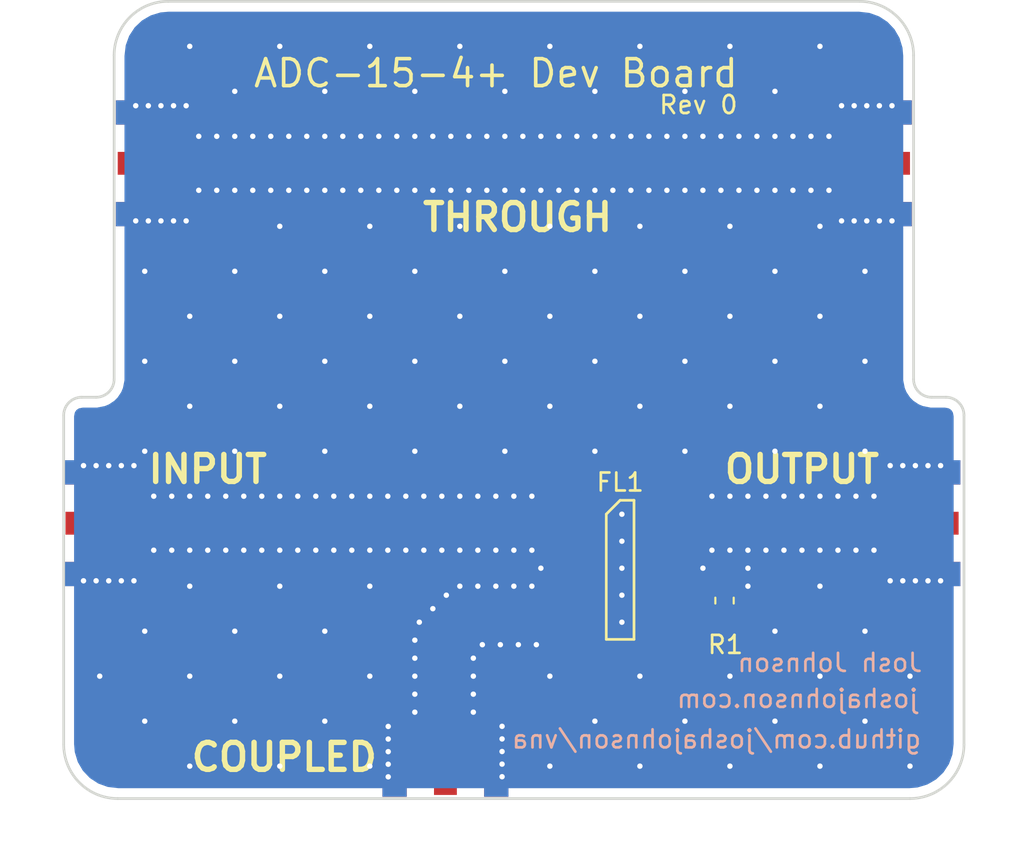
<source format=kicad_pcb>
(kicad_pcb (version 20171130) (host pcbnew "(5.0.2)-1")

  (general
    (thickness 1.6)
    (drawings 22)
    (tracks 326)
    (zones 0)
    (modules 9)
    (nets 8)
  )

  (page A4)
  (title_block
    (title "ADC-15-4 Dev Board")
    (date 2018-12-31)
    (rev 0)
    (company "Josh Johnson")
  )

  (layers
    (0 F.Cu signal)
    (31 B.Cu signal)
    (32 B.Adhes user)
    (33 F.Adhes user)
    (34 B.Paste user)
    (35 F.Paste user)
    (36 B.SilkS user)
    (37 F.SilkS user)
    (38 B.Mask user)
    (39 F.Mask user)
    (40 Dwgs.User user)
    (41 Cmts.User user)
    (42 Eco1.User user)
    (43 Eco2.User user)
    (44 Edge.Cuts user)
    (45 Margin user)
    (46 B.CrtYd user)
    (47 F.CrtYd user)
    (48 B.Fab user)
    (49 F.Fab user hide)
  )

  (setup
    (last_trace_width 0.25)
    (user_trace_width 0.93)
    (trace_clearance 0.2)
    (zone_clearance 0.7)
    (zone_45_only no)
    (trace_min 0.2)
    (segment_width 0.2)
    (edge_width 0.15)
    (via_size 0.8)
    (via_drill 0.4)
    (via_min_size 0.4)
    (via_min_drill 0.3)
    (user_via 0.6 0.3)
    (uvia_size 0.3)
    (uvia_drill 0.1)
    (uvias_allowed no)
    (uvia_min_size 0.2)
    (uvia_min_drill 0.1)
    (pcb_text_width 0.3)
    (pcb_text_size 1.5 1.5)
    (mod_edge_width 0.15)
    (mod_text_size 1 1)
    (mod_text_width 0.15)
    (pad_size 0.875 0.95)
    (pad_drill 0)
    (pad_to_mask_clearance 0.051)
    (solder_mask_min_width 0.25)
    (aux_axis_origin 0 0)
    (visible_elements 7FFFFFFF)
    (pcbplotparams
      (layerselection 0x010fc_ffffffff)
      (usegerberextensions false)
      (usegerberattributes false)
      (usegerberadvancedattributes false)
      (creategerberjobfile false)
      (excludeedgelayer true)
      (linewidth 0.100000)
      (plotframeref false)
      (viasonmask false)
      (mode 1)
      (useauxorigin false)
      (hpglpennumber 1)
      (hpglpenspeed 20)
      (hpglpendiameter 15.000000)
      (psnegative false)
      (psa4output false)
      (plotreference true)
      (plotvalue true)
      (plotinvisibletext false)
      (padsonsilk false)
      (subtractmaskfromsilk false)
      (outputformat 1)
      (mirror false)
      (drillshape 1)
      (scaleselection 1)
      (outputdirectory ""))
  )

  (net 0 "")
  (net 1 "Net-(FL1-Pad6)")
  (net 2 "Net-(FL1-Pad1)")
  (net 3 "Net-(FL1-Pad5)")
  (net 4 GND)
  (net 5 "Net-(FL1-Pad4)")
  (net 6 "Net-(FL1-Pad3)")
  (net 7 "Net-(J2-Pad1)")

  (net_class Default "This is the default net class."
    (clearance 0.2)
    (trace_width 0.25)
    (via_dia 0.8)
    (via_drill 0.4)
    (uvia_dia 0.3)
    (uvia_drill 0.1)
    (add_net GND)
    (add_net "Net-(FL1-Pad1)")
    (add_net "Net-(FL1-Pad3)")
    (add_net "Net-(FL1-Pad4)")
    (add_net "Net-(FL1-Pad5)")
    (add_net "Net-(FL1-Pad6)")
    (add_net "Net-(J2-Pad1)")
  )

  (module VNA_Footprints:CD542 (layer F.Cu) (tedit 5C2956EE) (tstamp 5C35E173)
    (at 129 86)
    (path /5C294AFE)
    (attr smd)
    (fp_text reference FL1 (at -0.097222 -4.27399) (layer F.SilkS)
      (effects (font (size 1 1) (thickness 0.15)))
    )
    (fp_text value ADC-15-4+ (at -0.097222 6.25) (layer F.Fab)
      (effects (font (size 1 1) (thickness 0.15)))
    )
    (fp_line (start 2.8 -3.4) (end -2.8 -3.40899) (layer F.CrtYd) (width 0.05))
    (fp_line (start -2.8 4.6) (end -2.8 -3.4) (layer F.CrtYd) (width 0.05))
    (fp_line (start 2.8 4.6) (end -2.8 4.59101) (layer F.CrtYd) (width 0.05))
    (fp_line (start 2.8 -3.4) (end 2.8 4.6) (layer F.CrtYd) (width 0.05))
    (fp_line (start -0.867222 4.45601) (end -0.867222 -2.50399) (layer F.SilkS) (width 0.15))
    (fp_line (start 0.672778 4.45601) (end -0.867222 4.45601) (layer F.SilkS) (width 0.15))
    (fp_line (start 0.672778 -3.27399) (end 0.672778 4.45601) (layer F.SilkS) (width 0.15))
    (fp_line (start -0.097222 -3.27399) (end 0.672778 -3.27399) (layer F.SilkS) (width 0.15))
    (fp_line (start -0.867222 -2.50399) (end -0.097222 -3.27399) (layer F.SilkS) (width 0.15))
    (pad 3 smd rect (at -2.637222 3.13101 270) (size 1.65 2.54) (layers F.Cu F.Paste F.Mask)
      (net 6 "Net-(FL1-Pad3)"))
    (pad 4 smd rect (at 2.442778 3.13101 270) (size 1.65 2.54) (layers F.Cu F.Paste F.Mask)
      (net 5 "Net-(FL1-Pad4)"))
    (pad 2 smd rect (at -2.637222 0.59101 270) (size 1.65 2.54) (layers F.Cu F.Paste F.Mask)
      (net 4 GND) (zone_connect 2))
    (pad 5 smd rect (at 2.442778 0.59101 270) (size 1.65 2.54) (layers F.Cu F.Paste F.Mask)
      (net 3 "Net-(FL1-Pad5)"))
    (pad 1 smd rect (at -2.637222 -1.94899 270) (size 1.65 2.54) (layers F.Cu F.Paste F.Mask)
      (net 2 "Net-(FL1-Pad1)"))
    (pad 6 smd rect (at 2.442778 -1.94899 270) (size 1.65 2.54) (layers F.Cu F.Paste F.Mask)
      (net 1 "Net-(FL1-Pad6)"))
    (model "C:/Users/Josh Johnson/Dropbox/ENGN4200/vna/Hardware/Libraries/VNA_3D_Models/Mini-Circuits_CD542.step"
      (offset (xyz 2.7 3.33 0))
      (scale (xyz 1 1 1))
      (rotate (xyz -90 0 90))
    )
  )

  (module VNA_Footprints:SMA_EDGE_MOUNT (layer F.Cu) (tedit 5C2871CE) (tstamp 5C35E184)
    (at 100.1 84 180)
    (descr http://suddendocs.samtec.com/prints/sma-j-p-x-st-em1-mkt.pdf)
    (tags SMA)
    (path /5C294C4E)
    (attr smd)
    (fp_text reference J1 (at 0 -5 180) (layer F.Fab)
      (effects (font (size 1 1) (thickness 0.15)))
    )
    (fp_text value "RF IN" (at 0 5 180) (layer F.Fab)
      (effects (font (size 1 1) (thickness 0.15)))
    )
    (fp_line (start 3.25 0) (end 2.25 0.75) (layer F.Fab) (width 0.1))
    (fp_line (start 2.25 -0.75) (end 3.25 0) (layer F.Fab) (width 0.1))
    (fp_text user %R (at 4.79 0 90) (layer F.Fab)
      (effects (font (size 1 1) (thickness 0.15)))
    )
    (fp_text user "PCB Edge" (at 3 0 270) (layer Dwgs.User)
      (effects (font (size 0.5 0.5) (thickness 0.1)))
    )
    (fp_line (start 2.2 -3.75) (end 2.2 3.75) (layer F.CrtYd) (width 0.15))
    (fp_line (start 2.2 3.75) (end -2.25 3.75) (layer F.CrtYd) (width 0.15))
    (fp_line (start -2.25 3.75) (end -2.25 -3.75) (layer F.CrtYd) (width 0.15))
    (fp_line (start -2.25 -3.75) (end 2.2 -3.75) (layer F.CrtYd) (width 0.15))
    (pad 2 smd rect (at 0 2.825 270) (size 1.35 4.2) (layers B.Cu B.Mask)
      (net 4 GND) (zone_connect 2))
    (pad 2 smd rect (at 0 -2.825 270) (size 1.35 4.2) (layers B.Cu B.Mask)
      (net 4 GND) (zone_connect 2))
    (pad 2 smd rect (at 0 2.825 270) (size 1.35 4.2) (layers F.Cu F.Mask)
      (net 4 GND) (zone_connect 2))
    (pad 2 smd rect (at 0 -2.825 270) (size 1.35 4.2) (layers F.Cu F.Mask)
      (net 4 GND) (zone_connect 2))
    (pad 1 smd rect (at 0.2 0 270) (size 1.27 3.6) (layers F.Cu F.Mask)
      (net 2 "Net-(FL1-Pad1)"))
    (model ${KISYS3DMOD}/Connector_Coaxial.3dshapes/SMA_Samtec_SMA-J-P-H-ST-EM1_EdgeMount.wrl
      (at (xyz 0 0 0))
      (scale (xyz 1 1 1))
      (rotate (xyz 0 0 0))
    )
    (model "C:/Users/Josh Johnson/Dropbox/ENGN4200/vna/Hardware/Libraries/VNA_3D_Models/SMA_CONN_EDGE_MOUNT.step"
      (offset (xyz 4.5 -3.2 3.5))
      (scale (xyz 1 1 1))
      (rotate (xyz -90 -180 -90))
    )
  )

  (module VNA_Footprints:SMA_EDGE_MOUNT (layer F.Cu) (tedit 5C2871CE) (tstamp 5C35E195)
    (at 103 64 180)
    (descr http://suddendocs.samtec.com/prints/sma-j-p-x-st-em1-mkt.pdf)
    (tags SMA)
    (path /5C29534C)
    (attr smd)
    (fp_text reference J2 (at 0.3 -5.5 180) (layer F.Fab)
      (effects (font (size 1 1) (thickness 0.15)))
    )
    (fp_text value "RF THRU IN" (at -2.2 5 180) (layer F.Fab)
      (effects (font (size 1 1) (thickness 0.15)))
    )
    (fp_line (start -2.25 -3.75) (end 2.2 -3.75) (layer F.CrtYd) (width 0.15))
    (fp_line (start -2.25 3.75) (end -2.25 -3.75) (layer F.CrtYd) (width 0.15))
    (fp_line (start 2.2 3.75) (end -2.25 3.75) (layer F.CrtYd) (width 0.15))
    (fp_line (start 2.2 -3.75) (end 2.2 3.75) (layer F.CrtYd) (width 0.15))
    (fp_text user "PCB Edge" (at 3 0 270) (layer Dwgs.User)
      (effects (font (size 0.5 0.5) (thickness 0.1)))
    )
    (fp_text user %R (at 4.79 0 90) (layer F.Fab)
      (effects (font (size 1 1) (thickness 0.15)))
    )
    (fp_line (start 2.25 -0.75) (end 3.25 0) (layer F.Fab) (width 0.1))
    (fp_line (start 3.25 0) (end 2.25 0.75) (layer F.Fab) (width 0.1))
    (pad 1 smd rect (at 0.2 0 270) (size 1.27 3.6) (layers F.Cu F.Mask)
      (net 7 "Net-(J2-Pad1)"))
    (pad 2 smd rect (at 0 -2.825 270) (size 1.35 4.2) (layers F.Cu F.Mask)
      (net 4 GND) (zone_connect 2))
    (pad 2 smd rect (at 0 2.825 270) (size 1.35 4.2) (layers F.Cu F.Mask)
      (net 4 GND) (zone_connect 2))
    (pad 2 smd rect (at 0 -2.825 270) (size 1.35 4.2) (layers B.Cu B.Mask)
      (net 4 GND) (zone_connect 2))
    (pad 2 smd rect (at 0 2.825 270) (size 1.35 4.2) (layers B.Cu B.Mask)
      (net 4 GND) (zone_connect 2))
    (model ${KISYS3DMOD}/Connector_Coaxial.3dshapes/SMA_Samtec_SMA-J-P-H-ST-EM1_EdgeMount.wrl
      (at (xyz 0 0 0))
      (scale (xyz 1 1 1))
      (rotate (xyz 0 0 0))
    )
    (model "C:/Users/Josh Johnson/Dropbox/ENGN4200/vna/Hardware/Libraries/VNA_3D_Models/SMA_CONN_EDGE_MOUNT.step"
      (offset (xyz 4.5 -3.2 3.5))
      (scale (xyz 1 1 1))
      (rotate (xyz -90 -180 -90))
    )
  )

  (module VNA_Footprints:SMA_EDGE_MOUNT (layer F.Cu) (tedit 5C2871CE) (tstamp 5C35E1A6)
    (at 119.2 97.1 270)
    (descr http://suddendocs.samtec.com/prints/sma-j-p-x-st-em1-mkt.pdf)
    (tags SMA)
    (path /5C294F08)
    (attr smd)
    (fp_text reference J3 (at -1.5 7 270) (layer F.Fab)
      (effects (font (size 1 1) (thickness 0.15)))
    )
    (fp_text value "RF COUPLED" (at -1.72 -7.11 270) (layer F.Fab)
      (effects (font (size 1 1) (thickness 0.15)))
    )
    (fp_line (start 3.25 0) (end 2.25 0.75) (layer F.Fab) (width 0.1))
    (fp_line (start 2.25 -0.75) (end 3.25 0) (layer F.Fab) (width 0.1))
    (fp_text user %R (at 4.79 0 180) (layer F.Fab)
      (effects (font (size 1 1) (thickness 0.15)))
    )
    (fp_text user "PCB Edge" (at 3 0) (layer Dwgs.User)
      (effects (font (size 0.5 0.5) (thickness 0.1)))
    )
    (fp_line (start 2.2 -3.75) (end 2.2 3.75) (layer F.CrtYd) (width 0.15))
    (fp_line (start 2.2 3.75) (end -2.25 3.75) (layer F.CrtYd) (width 0.15))
    (fp_line (start -2.25 3.75) (end -2.25 -3.75) (layer F.CrtYd) (width 0.15))
    (fp_line (start -2.25 -3.75) (end 2.2 -3.75) (layer F.CrtYd) (width 0.15))
    (pad 2 smd rect (at 0 2.825) (size 1.35 4.2) (layers B.Cu B.Mask)
      (net 4 GND) (zone_connect 2))
    (pad 2 smd rect (at 0 -2.825) (size 1.35 4.2) (layers B.Cu B.Mask)
      (net 4 GND) (zone_connect 2))
    (pad 2 smd rect (at 0 2.825) (size 1.35 4.2) (layers F.Cu F.Mask)
      (net 4 GND) (zone_connect 2))
    (pad 2 smd rect (at 0 -2.825) (size 1.35 4.2) (layers F.Cu F.Mask)
      (net 4 GND) (zone_connect 2))
    (pad 1 smd rect (at 0.2 0) (size 1.27 3.6) (layers F.Cu F.Mask)
      (net 6 "Net-(FL1-Pad3)"))
    (model ${KISYS3DMOD}/Connector_Coaxial.3dshapes/SMA_Samtec_SMA-J-P-H-ST-EM1_EdgeMount.wrl
      (at (xyz 0 0 0))
      (scale (xyz 1 1 1))
      (rotate (xyz 0 0 0))
    )
    (model "C:/Users/Josh Johnson/Dropbox/ENGN4200/vna/Hardware/Libraries/VNA_3D_Models/SMA_CONN_EDGE_MOUNT.step"
      (offset (xyz 4.5 -3.2 3.5))
      (scale (xyz 1 1 1))
      (rotate (xyz -90 -180 -90))
    )
  )

  (module VNA_Footprints:SMA_EDGE_MOUNT (layer F.Cu) (tedit 5C2871CE) (tstamp 5C35E1B7)
    (at 143 64)
    (descr http://suddendocs.samtec.com/prints/sma-j-p-x-st-em1-mkt.pdf)
    (tags SMA)
    (path /5C29549C)
    (attr smd)
    (fp_text reference J4 (at 0 5) (layer F.Fab)
      (effects (font (size 1 1) (thickness 0.15)))
    )
    (fp_text value "RF THRU OUT" (at -2.5 -5) (layer F.Fab)
      (effects (font (size 1 1) (thickness 0.15)))
    )
    (fp_line (start 3.25 0) (end 2.25 0.75) (layer F.Fab) (width 0.1))
    (fp_line (start 2.25 -0.75) (end 3.25 0) (layer F.Fab) (width 0.1))
    (fp_text user %R (at 4.79 0 270) (layer F.Fab)
      (effects (font (size 1 1) (thickness 0.15)))
    )
    (fp_text user "PCB Edge" (at 3 0 90) (layer Dwgs.User)
      (effects (font (size 0.5 0.5) (thickness 0.1)))
    )
    (fp_line (start 2.2 -3.75) (end 2.2 3.75) (layer F.CrtYd) (width 0.15))
    (fp_line (start 2.2 3.75) (end -2.25 3.75) (layer F.CrtYd) (width 0.15))
    (fp_line (start -2.25 3.75) (end -2.25 -3.75) (layer F.CrtYd) (width 0.15))
    (fp_line (start -2.25 -3.75) (end 2.2 -3.75) (layer F.CrtYd) (width 0.15))
    (pad 2 smd rect (at 0 2.825 90) (size 1.35 4.2) (layers B.Cu B.Mask)
      (net 4 GND) (zone_connect 2))
    (pad 2 smd rect (at 0 -2.825 90) (size 1.35 4.2) (layers B.Cu B.Mask)
      (net 4 GND) (zone_connect 2))
    (pad 2 smd rect (at 0 2.825 90) (size 1.35 4.2) (layers F.Cu F.Mask)
      (net 4 GND) (zone_connect 2))
    (pad 2 smd rect (at 0 -2.825 90) (size 1.35 4.2) (layers F.Cu F.Mask)
      (net 4 GND) (zone_connect 2))
    (pad 1 smd rect (at 0.2 0 90) (size 1.27 3.6) (layers F.Cu F.Mask)
      (net 7 "Net-(J2-Pad1)"))
    (model ${KISYS3DMOD}/Connector_Coaxial.3dshapes/SMA_Samtec_SMA-J-P-H-ST-EM1_EdgeMount.wrl
      (at (xyz 0 0 0))
      (scale (xyz 1 1 1))
      (rotate (xyz 0 0 0))
    )
    (model "C:/Users/Josh Johnson/Dropbox/ENGN4200/vna/Hardware/Libraries/VNA_3D_Models/SMA_CONN_EDGE_MOUNT.step"
      (offset (xyz 4.5 -3.2 3.5))
      (scale (xyz 1 1 1))
      (rotate (xyz -90 -180 -90))
    )
  )

  (module VNA_Footprints:SMA_EDGE_MOUNT (layer F.Cu) (tedit 5C2871CE) (tstamp 5C35E1C8)
    (at 145.7 84)
    (descr http://suddendocs.samtec.com/prints/sma-j-p-x-st-em1-mkt.pdf)
    (tags SMA)
    (path /5C294C9B)
    (attr smd)
    (fp_text reference J5 (at -1.5 7) (layer F.Fab)
      (effects (font (size 1 1) (thickness 0.15)))
    )
    (fp_text value "RF OUT" (at -0.3 -5) (layer F.Fab)
      (effects (font (size 1 1) (thickness 0.15)))
    )
    (fp_line (start -2.25 -3.75) (end 2.2 -3.75) (layer F.CrtYd) (width 0.15))
    (fp_line (start -2.25 3.75) (end -2.25 -3.75) (layer F.CrtYd) (width 0.15))
    (fp_line (start 2.2 3.75) (end -2.25 3.75) (layer F.CrtYd) (width 0.15))
    (fp_line (start 2.2 -3.75) (end 2.2 3.75) (layer F.CrtYd) (width 0.15))
    (fp_text user "PCB Edge" (at 3 0 90) (layer Dwgs.User)
      (effects (font (size 0.5 0.5) (thickness 0.1)))
    )
    (fp_text user %R (at 4.79 0 270) (layer F.Fab)
      (effects (font (size 1 1) (thickness 0.15)))
    )
    (fp_line (start 2.25 -0.75) (end 3.25 0) (layer F.Fab) (width 0.1))
    (fp_line (start 3.25 0) (end 2.25 0.75) (layer F.Fab) (width 0.1))
    (pad 1 smd rect (at 0.2 0 90) (size 1.27 3.6) (layers F.Cu F.Mask)
      (net 1 "Net-(FL1-Pad6)"))
    (pad 2 smd rect (at 0 -2.825 90) (size 1.35 4.2) (layers F.Cu F.Mask)
      (net 4 GND) (zone_connect 2))
    (pad 2 smd rect (at 0 2.825 90) (size 1.35 4.2) (layers F.Cu F.Mask)
      (net 4 GND) (zone_connect 2))
    (pad 2 smd rect (at 0 -2.825 90) (size 1.35 4.2) (layers B.Cu B.Mask)
      (net 4 GND) (zone_connect 2))
    (pad 2 smd rect (at 0 2.825 90) (size 1.35 4.2) (layers B.Cu B.Mask)
      (net 4 GND) (zone_connect 2))
    (model ${KISYS3DMOD}/Connector_Coaxial.3dshapes/SMA_Samtec_SMA-J-P-H-ST-EM1_EdgeMount.wrl
      (at (xyz 0 0 0))
      (scale (xyz 1 1 1))
      (rotate (xyz 0 0 0))
    )
    (model "C:/Users/Josh Johnson/Dropbox/ENGN4200/vna/Hardware/Libraries/VNA_3D_Models/SMA_CONN_EDGE_MOUNT.step"
      (offset (xyz 4.5 -3.2 3.5))
      (scale (xyz 1 1 1))
      (rotate (xyz -90 -180 -90))
    )
  )

  (module Resistor_SMD:R_0603_1608Metric (layer F.Cu) (tedit 5C2956F7) (tstamp 5C35E6EB)
    (at 134.7 88.3 90)
    (descr "Resistor SMD 0603 (1608 Metric), square (rectangular) end terminal, IPC_7351 nominal, (Body size source: http://www.tortai-tech.com/upload/download/2011102023233369053.pdf), generated with kicad-footprint-generator")
    (tags resistor)
    (path /5C294D81)
    (attr smd)
    (fp_text reference R1 (at -2.45 0.05 180) (layer F.SilkS)
      (effects (font (size 1 1) (thickness 0.15)))
    )
    (fp_text value 49.9 (at 0 1.43 90) (layer F.Fab)
      (effects (font (size 1 1) (thickness 0.15)))
    )
    (fp_line (start -0.8 0.4) (end -0.8 -0.4) (layer F.Fab) (width 0.1))
    (fp_line (start -0.8 -0.4) (end 0.8 -0.4) (layer F.Fab) (width 0.1))
    (fp_line (start 0.8 -0.4) (end 0.8 0.4) (layer F.Fab) (width 0.1))
    (fp_line (start 0.8 0.4) (end -0.8 0.4) (layer F.Fab) (width 0.1))
    (fp_line (start -0.162779 -0.51) (end 0.162779 -0.51) (layer F.SilkS) (width 0.12))
    (fp_line (start -0.162779 0.51) (end 0.162779 0.51) (layer F.SilkS) (width 0.12))
    (fp_line (start -1.48 0.73) (end -1.48 -0.73) (layer F.CrtYd) (width 0.05))
    (fp_line (start -1.48 -0.73) (end 1.48 -0.73) (layer F.CrtYd) (width 0.05))
    (fp_line (start 1.48 -0.73) (end 1.48 0.73) (layer F.CrtYd) (width 0.05))
    (fp_line (start 1.48 0.73) (end -1.48 0.73) (layer F.CrtYd) (width 0.05))
    (fp_text user %R (at 0 0 90) (layer F.Fab)
      (effects (font (size 0.4 0.4) (thickness 0.06)))
    )
    (pad 1 smd roundrect (at -0.7875 0 90) (size 0.875 0.95) (layers F.Cu F.Paste F.Mask) (roundrect_rratio 0.25)
      (net 5 "Net-(FL1-Pad4)"))
    (pad 2 smd roundrect (at 0.7875 0 90) (size 0.875 0.95) (layers F.Cu F.Paste F.Mask) (roundrect_rratio 0.25)
      (net 4 GND) (zone_connect 2))
    (model ${KISYS3DMOD}/Resistor_SMD.3dshapes/R_0603_1608Metric.wrl
      (at (xyz 0 0 0))
      (scale (xyz 1 1 1))
      (rotate (xyz 0 0 0))
    )
  )

  (module VNA_Footprints:OSHW_Logo_3.6x3.6_F.Mask (layer F.Cu) (tedit 0) (tstamp 5C4E7A9B)
    (at 127.25 96.75)
    (fp_text reference G*** (at 0 0) (layer F.SilkS) hide
      (effects (font (size 1.524 1.524) (thickness 0.3)))
    )
    (fp_text value LOGO (at 0.75 0) (layer F.SilkS) hide
      (effects (font (size 1.524 1.524) (thickness 0.3)))
    )
    (fp_poly (pts (xy 0.046025 -1.386642) (xy 0.087086 -1.386332) (xy 0.123939 -1.385856) (xy 0.155448 -1.385237)
      (xy 0.180478 -1.384498) (xy 0.197893 -1.383663) (xy 0.206557 -1.382756) (xy 0.20721 -1.382529)
      (xy 0.209787 -1.376529) (xy 0.213922 -1.361213) (xy 0.219466 -1.337279) (xy 0.226268 -1.305427)
      (xy 0.234179 -1.266356) (xy 0.243047 -1.220763) (xy 0.250901 -1.17915) (xy 0.259151 -1.135399)
      (xy 0.267001 -1.094735) (xy 0.274225 -1.058252) (xy 0.280599 -1.027043) (xy 0.285898 -1.002202)
      (xy 0.289897 -0.984823) (xy 0.292372 -0.976) (xy 0.292802 -0.975166) (xy 0.299048 -0.971629)
      (xy 0.313151 -0.965084) (xy 0.333676 -0.956111) (xy 0.35919 -0.94529) (xy 0.388258 -0.9332)
      (xy 0.419446 -0.920422) (xy 0.45132 -0.907534) (xy 0.482447 -0.895118) (xy 0.511392 -0.883752)
      (xy 0.536721 -0.874017) (xy 0.556999 -0.866492) (xy 0.570794 -0.861758) (xy 0.576671 -0.860393)
      (xy 0.576678 -0.860395) (xy 0.581988 -0.863667) (xy 0.594724 -0.872072) (xy 0.613948 -0.884975)
      (xy 0.638724 -0.901743) (xy 0.668114 -0.92174) (xy 0.70118 -0.944331) (xy 0.736986 -0.968881)
      (xy 0.745656 -0.974838) (xy 0.782085 -0.999723) (xy 0.816148 -1.022694) (xy 0.846886 -1.043126)
      (xy 0.873339 -1.060394) (xy 0.894549 -1.073874) (xy 0.909556 -1.082941) (xy 0.917401 -1.086972)
      (xy 0.918086 -1.087121) (xy 0.923807 -1.083609) (xy 0.935602 -1.073708) (xy 0.95252 -1.058368)
      (xy 0.973609 -1.038542) (xy 0.997919 -1.01518) (xy 1.0245 -0.989233) (xy 1.0524 -0.961653)
      (xy 1.080669 -0.933391) (xy 1.108355 -0.905397) (xy 1.134508 -0.878624) (xy 1.158178 -0.854022)
      (xy 1.178412 -0.832542) (xy 1.194261 -0.815136) (xy 1.204774 -0.802754) (xy 1.208999 -0.796349)
      (xy 1.20904 -0.796062) (xy 1.206243 -0.789942) (xy 1.198279 -0.77647) (xy 1.185789 -0.756628)
      (xy 1.16941 -0.731402) (xy 1.149783 -0.701774) (xy 1.127547 -0.668731) (xy 1.103341 -0.633255)
      (xy 1.101788 -0.630995) (xy 1.077294 -0.595274) (xy 1.054499 -0.561861) (xy 1.03408 -0.531756)
      (xy 1.016708 -0.505962) (xy 1.00306 -0.485479) (xy 0.993807 -0.471308) (xy 0.989626 -0.46445)
      (xy 0.989568 -0.46433) (xy 0.988784 -0.459609) (xy 0.989912 -0.451769) (xy 0.993299 -0.439857)
      (xy 0.999292 -0.422916) (xy 1.008241 -0.399993) (xy 1.020491 -0.370133) (xy 1.03639 -0.332381)
      (xy 1.044749 -0.312748) (xy 1.061018 -0.275148) (xy 1.076011 -0.24149) (xy 1.089231 -0.212832)
      (xy 1.100175 -0.190228) (xy 1.108346 -0.174735) (xy 1.113243 -0.167408) (xy 1.11371 -0.167052)
      (xy 1.12056 -0.165072) (xy 1.136248 -0.161498) (xy 1.159616 -0.156566) (xy 1.189508 -0.150509)
      (xy 1.224767 -0.143561) (xy 1.264236 -0.135956) (xy 1.306757 -0.127929) (xy 1.311409 -0.12706)
      (xy 1.360146 -0.11782) (xy 1.403053 -0.109379) (xy 1.43939 -0.101898) (xy 1.468418 -0.095537)
      (xy 1.489397 -0.090456) (xy 1.501585 -0.086816) (xy 1.504451 -0.085286) (xy 1.505372 -0.078904)
      (xy 1.506225 -0.063497) (xy 1.506989 -0.040202) (xy 1.507638 -0.010153) (xy 1.508151 0.025514)
      (xy 1.508503 0.065663) (xy 1.508671 0.109159) (xy 1.508682 0.120027) (xy 1.508649 0.171548)
      (xy 1.508486 0.213801) (xy 1.508162 0.24768) (xy 1.507647 0.274077) (xy 1.506908 0.293884)
      (xy 1.505916 0.307996) (xy 1.504639 0.317303) (xy 1.503046 0.322699) (xy 1.501595 0.324741)
      (xy 1.495095 0.326999) (xy 1.479763 0.330799) (xy 1.456765 0.335898) (xy 1.427271 0.34205)
      (xy 1.39245 0.349013) (xy 1.35347 0.356543) (xy 1.312365 0.364236) (xy 1.26621 0.372897)
      (xy 1.224798 0.380981) (xy 1.189062 0.388286) (xy 1.159937 0.394611) (xy 1.138354 0.399758)
      (xy 1.125249 0.403525) (xy 1.121726 0.405133) (xy 1.117704 0.411585) (xy 1.110714 0.425987)
      (xy 1.101314 0.446948) (xy 1.090063 0.473082) (xy 1.077519 0.503) (xy 1.06424 0.535313)
      (xy 1.050785 0.568634) (xy 1.037712 0.601575) (xy 1.02558 0.632747) (xy 1.014946 0.660763)
      (xy 1.006369 0.684233) (xy 1.000408 0.701771) (xy 0.99762 0.711987) (xy 0.997556 0.713842)
      (xy 1.000901 0.719358) (xy 1.009348 0.732262) (xy 1.022236 0.751573) (xy 1.038906 0.776312)
      (xy 1.058697 0.805498) (xy 1.080948 0.838151) (xy 1.104512 0.872582) (xy 1.128487 0.907797)
      (xy 1.150526 0.940662) (xy 1.169982 0.970174) (xy 1.186209 0.995331) (xy 1.198558 1.01513)
      (xy 1.206383 1.028568) (xy 1.20904 1.034588) (xy 1.205537 1.040258) (xy 1.195662 1.052017)
      (xy 1.180363 1.068914) (xy 1.16059 1.089997) (xy 1.13729 1.114314) (xy 1.111414 1.140912)
      (xy 1.083908 1.168838) (xy 1.055723 1.197142) (xy 1.027807 1.22487) (xy 1.001109 1.251071)
      (xy 0.976578 1.274792) (xy 0.955162 1.295081) (xy 0.93781 1.310985) (xy 0.925471 1.321554)
      (xy 0.919094 1.325834) (xy 0.918792 1.32588) (xy 0.912917 1.323089) (xy 0.89969 1.315148)
      (xy 0.880102 1.302705) (xy 0.855147 1.286406) (xy 0.825814 1.2669) (xy 0.793098 1.244834)
      (xy 0.759274 1.22174) (xy 0.724192 1.197807) (xy 0.691493 1.175813) (xy 0.662179 1.156405)
      (xy 0.637247 1.140232) (xy 0.617696 1.127942) (xy 0.604527 1.120183) (xy 0.598812 1.1176)
      (xy 0.591386 1.11992) (xy 0.576894 1.126305) (xy 0.557157 1.13589) (xy 0.533991 1.14781)
      (xy 0.52335 1.153481) (xy 0.4978 1.166747) (xy 0.475514 1.177375) (xy 0.458172 1.184622)
      (xy 0.447456 1.187744) (xy 0.445823 1.187771) (xy 0.443235 1.186377) (xy 0.439874 1.182452)
      (xy 0.435467 1.175381) (xy 0.429738 1.164547) (xy 0.422414 1.149334) (xy 0.41322 1.129125)
      (xy 0.401884 1.103305) (xy 0.388129 1.071257) (xy 0.371684 1.032365) (xy 0.352272 0.986012)
      (xy 0.32962 0.931582) (xy 0.303454 0.868459) (xy 0.29886 0.857359) (xy 0.276257 0.802528)
      (xy 0.254911 0.750342) (xy 0.235128 0.701575) (xy 0.217213 0.656998) (xy 0.201473 0.617386)
      (xy 0.188212 0.58351) (xy 0.177736 0.556143) (xy 0.170352 0.53606) (xy 0.166364 0.524031)
      (xy 0.16576 0.520809) (xy 0.170949 0.514897) (xy 0.182723 0.504827) (xy 0.199234 0.492102)
      (xy 0.215173 0.480629) (xy 0.257327 0.44957) (xy 0.291753 0.420231) (xy 0.320203 0.390682)
      (xy 0.344432 0.358997) (xy 0.366194 0.323247) (xy 0.376863 0.302918) (xy 0.400756 0.244488)
      (xy 0.415076 0.184158) (xy 0.419979 0.122953) (xy 0.415623 0.061898) (xy 0.402163 0.002019)
      (xy 0.379756 -0.055658) (xy 0.348559 -0.110109) (xy 0.308727 -0.160308) (xy 0.305664 -0.163589)
      (xy 0.258017 -0.207167) (xy 0.204808 -0.242578) (xy 0.145354 -0.270245) (xy 0.11666 -0.280193)
      (xy 0.099933 -0.285026) (xy 0.084165 -0.288368) (xy 0.066854 -0.290481) (xy 0.045497 -0.291627)
      (xy 0.017593 -0.292065) (xy 0.00254 -0.2921) (xy -0.029085 -0.29189) (xy -0.053064 -0.291084)
      (xy -0.071907 -0.289422) (xy -0.088123 -0.286643) (xy -0.104222 -0.282484) (xy -0.11176 -0.280198)
      (xy -0.173754 -0.255795) (xy -0.230039 -0.22331) (xy -0.280031 -0.183237) (xy -0.323146 -0.136067)
      (xy -0.358799 -0.082293) (xy -0.368671 -0.0635) (xy -0.389244 -0.016643) (xy -0.402766 0.027726)
      (xy -0.41014 0.073443) (xy -0.412273 0.12192) (xy -0.407414 0.186989) (xy -0.393008 0.249065)
      (xy -0.369312 0.30751) (xy -0.336584 0.361687) (xy -0.296045 0.409975) (xy -0.27786 0.426971)
      (xy -0.254238 0.446791) (xy -0.228252 0.467052) (xy -0.202977 0.485368) (xy -0.181486 0.499354)
      (xy -0.178861 0.500883) (xy -0.167168 0.509785) (xy -0.160128 0.519264) (xy -0.159675 0.520648)
      (xy -0.161128 0.527322) (xy -0.166359 0.542833) (xy -0.175168 0.566671) (xy -0.187353 0.598326)
      (xy -0.202713 0.637287) (xy -0.221047 0.683043) (xy -0.242154 0.735085) (xy -0.265834 0.792901)
      (xy -0.289272 0.849679) (xy -0.3117 0.903781) (xy -0.333086 0.955286) (xy -0.353097 1.003399)
      (xy -0.371401 1.047325) (xy -0.387666 1.086268) (xy -0.401558 1.119433) (xy -0.412747 1.146026)
      (xy -0.420898 1.165249) (xy -0.425681 1.176309) (xy -0.426747 1.178609) (xy -0.43498 1.186716)
      (xy -0.441789 1.18872) (xy -0.449502 1.186394) (xy -0.464255 1.179995) (xy -0.48421 1.170387)
      (xy -0.50753 1.158437) (xy -0.518358 1.152672) (xy -0.548166 1.137192) (xy -0.571684 1.126189)
      (xy -0.588125 1.120007) (xy -0.596178 1.118837) (xy -0.60332 1.122269) (xy -0.617462 1.1307)
      (xy -0.637291 1.143286) (xy -0.661494 1.159184) (xy -0.688759 1.177551) (xy -0.70612 1.189461)
      (xy -0.753038 1.221822) (xy -0.792318 1.248815) (xy -0.824648 1.270892) (xy -0.850719 1.288506)
      (xy -0.871219 1.302109) (xy -0.886837 1.312155) (xy -0.898261 1.319097) (xy -0.906181 1.323388)
      (xy -0.911286 1.32548) (xy -0.913613 1.32588) (xy -0.918879 1.322399) (xy -0.930465 1.312478)
      (xy -0.94754 1.296897) (xy -0.969279 1.276437) (xy -0.994852 1.25188) (xy -1.023432 1.224006)
      (xy -1.054191 1.193597) (xy -1.060269 1.187541) (xy -1.091264 1.15647) (xy -1.11999 1.127382)
      (xy -1.145643 1.101112) (xy -1.167423 1.078494) (xy -1.184527 1.060363) (xy -1.196153 1.047552)
      (xy -1.201499 1.040896) (xy -1.201734 1.040413) (xy -1.202633 1.037436) (xy -1.202948 1.034393)
      (xy -1.202165 1.03046) (xy -1.199774 1.024812) (xy -1.195263 1.016624) (xy -1.188121 1.005072)
      (xy -1.177835 0.98933) (xy -1.163895 0.968575) (xy -1.145788 0.94198) (xy -1.123004 0.908721)
      (xy -1.095031 0.867973) (xy -1.092485 0.864266) (xy -1.068839 0.829625) (xy -1.047135 0.797438)
      (xy -1.028027 0.768706) (xy -1.012169 0.744428) (xy -1.000215 0.725605) (xy -0.992819 0.713237)
      (xy -0.9906 0.708469) (xy -0.992429 0.70207) (xy -0.99761 0.687455) (xy -1.005686 0.665826)
      (xy -1.016198 0.638385) (xy -1.028688 0.606333) (xy -1.0427 0.570874) (xy -1.049706 0.553307)
      (xy -1.067443 0.509314) (xy -1.081995 0.474051) (xy -1.093724 0.446727) (xy -1.102994 0.426551)
      (xy -1.110167 0.412734) (xy -1.115606 0.404485) (xy -1.119556 0.401059) (xy -1.126915 0.399121)
      (xy -1.143064 0.395609) (xy -1.166798 0.390762) (xy -1.196909 0.384819) (xy -1.232191 0.378018)
      (xy -1.271438 0.370597) (xy -1.310079 0.363414) (xy -1.351719 0.355616) (xy -1.390331 0.348154)
      (xy -1.424739 0.341273) (xy -1.45377 0.335217) (xy -1.476249 0.330232) (xy -1.491002 0.32656)
      (xy -1.496769 0.324531) (xy -1.498567 0.32136) (xy -1.500039 0.314541) (xy -1.501215 0.303211)
      (xy -1.502123 0.286509) (xy -1.502793 0.263571) (xy -1.503254 0.233536) (xy -1.503535 0.195541)
      (xy -1.503664 0.148724) (xy -1.50368 0.118875) (xy -1.50368 -0.081046) (xy -1.49225 -0.088098)
      (xy -1.484763 -0.0906) (xy -1.468464 -0.094628) (xy -1.444545 -0.099934) (xy -1.414198 -0.106268)
      (xy -1.378616 -0.113383) (xy -1.338991 -0.121029) (xy -1.296514 -0.128958) (xy -1.2954 -0.129162)
      (xy -1.253124 -0.13705) (xy -1.213892 -0.144626) (xy -1.178855 -0.151648) (xy -1.149164 -0.157874)
      (xy -1.12597 -0.163063) (xy -1.110424 -0.166974) (xy -1.103677 -0.169363) (xy -1.103595 -0.169434)
      (xy -1.09991 -0.175699) (xy -1.092978 -0.189894) (xy -1.083423 -0.210572) (xy -1.071866 -0.236287)
      (xy -1.05893 -0.265594) (xy -1.045237 -0.297046) (xy -1.031409 -0.329198) (xy -1.018069 -0.360603)
      (xy -1.005839 -0.389815) (xy -0.995341 -0.415389) (xy -0.987197 -0.435877) (xy -0.982031 -0.449835)
      (xy -0.98044 -0.455606) (xy -0.983233 -0.461425) (xy -0.991189 -0.474628) (xy -1.003681 -0.494251)
      (xy -1.020076 -0.519333) (xy -1.039746 -0.548911) (xy -1.062061 -0.582024) (xy -1.086389 -0.617707)
      (xy -1.090258 -0.623345) (xy -1.114952 -0.659462) (xy -1.137845 -0.69325) (xy -1.158287 -0.723726)
      (xy -1.175629 -0.749912) (xy -1.189222 -0.770825) (xy -1.198417 -0.785484) (xy -1.202566 -0.79291)
      (xy -1.202707 -0.793316) (xy -1.201946 -0.797421) (xy -1.197786 -0.804332) (xy -1.189683 -0.814645)
      (xy -1.177095 -0.828952) (xy -1.159479 -0.847846) (xy -1.136292 -0.871922) (xy -1.106992 -0.901774)
      (xy -1.071036 -0.937995) (xy -1.063801 -0.945251) (xy -1.027782 -0.981111) (xy -0.995644 -1.012622)
      (xy -0.967932 -1.039269) (xy -0.945194 -1.060539) (xy -0.927977 -1.075919) (xy -0.916826 -1.084895)
      (xy -0.912675 -1.08712) (xy -0.90644 -1.084328) (xy -0.892844 -1.076373) (xy -0.872867 -1.06389)
      (xy -0.847492 -1.047513) (xy -0.8177 -1.027878) (xy -0.784474 -1.005618) (xy -0.748795 -0.981369)
      (xy -0.744914 -0.978711) (xy -0.7089 -0.954072) (xy -0.675178 -0.931086) (xy -0.644747 -0.910427)
      (xy -0.618605 -0.89277) (xy -0.597752 -0.878789) (xy -0.583185 -0.869159) (xy -0.575904 -0.864554)
      (xy -0.575648 -0.864413) (xy -0.571195 -0.863059) (xy -0.564661 -0.863256) (xy -0.554941 -0.865369)
      (xy -0.540932 -0.869766) (xy -0.521529 -0.876813) (xy -0.495627 -0.886876) (xy -0.462123 -0.900323)
      (xy -0.438488 -0.909932) (xy -0.396634 -0.927019) (xy -0.363212 -0.940757) (xy -0.33724 -0.951618)
      (xy -0.317736 -0.960074) (xy -0.303719 -0.966597) (xy -0.294205 -0.97166) (xy -0.288214 -0.975734)
      (xy -0.284764 -0.979292) (xy -0.282872 -0.982807) (xy -0.282055 -0.98516) (xy -0.28044 -0.992264)
      (xy -0.277207 -1.008195) (xy -0.27258 -1.031785) (xy -0.266784 -1.061871) (xy -0.260042 -1.097286)
      (xy -0.25258 -1.136865) (xy -0.244622 -1.179442) (xy -0.243805 -1.183832) (xy -0.235748 -1.226519)
      (xy -0.228032 -1.266201) (xy -0.220896 -1.301734) (xy -0.21458 -1.331972) (xy -0.209324 -1.355772)
      (xy -0.205367 -1.371988) (xy -0.20295 -1.379476) (xy -0.202788 -1.379717) (xy -0.199758 -1.381563)
      (xy -0.193437 -1.383072) (xy -0.182937 -1.384273) (xy -0.167367 -1.385199) (xy -0.145841 -1.385879)
      (xy -0.117468 -1.386343) (xy -0.081361 -1.386624) (xy -0.03663 -1.38675) (xy 0.001892 -1.386763)
      (xy 0.046025 -1.386642)) (layer F.Mask) (width 0.01))
  )

  (module "VNA_Footprints:Josh Details" (layer B.Cu) (tedit 5C29628D) (tstamp 5C4E7B96)
    (at 140.75 93.25 180)
    (fp_text reference REF** (at 0 5.6 180) (layer B.Fab)
      (effects (font (size 1 1) (thickness 0.15)) (justify mirror))
    )
    (fp_text value "Josh Details" (at 0 6.6 180) (layer B.Fab)
      (effects (font (size 1 1) (thickness 0.15)) (justify mirror))
    )
    (fp_text user github.com/joshajohnson/vna (at 6.5 -2.75 180) (layer B.SilkS)
      (effects (font (size 1 1) (thickness 0.15)) (justify mirror))
    )
    (fp_text user joshajohnson.com (at 2 -0.5 180) (layer B.SilkS)
      (effects (font (size 1 1) (thickness 0.15)) (justify mirror))
    )
    (fp_text user "Josh Johnson" (at 0.2 1.5) (layer B.SilkS)
      (effects (font (size 1 1) (thickness 0.15)) (justify mirror))
    )
  )

  (gr_text THROUGH (at 123.2 67) (layer F.SilkS) (tstamp 5C29645E)
    (effects (font (size 1.5 1.5) (thickness 0.3)))
  )
  (gr_text "Rev 0" (at 133.25 60.75) (layer F.SilkS)
    (effects (font (size 1 1) (thickness 0.15)))
  )
  (gr_text "ADC-15-4+ Dev Board" (at 122 59) (layer F.SilkS)
    (effects (font (size 1.5 1.5) (thickness 0.2)))
  )
  (gr_text COUPLED (at 110.25 97) (layer F.SilkS)
    (effects (font (size 1.5 1.5) (thickness 0.3)))
  )
  (gr_text OUTPUT (at 139 81) (layer F.SilkS)
    (effects (font (size 1.5 1.5) (thickness 0.3)))
  )
  (gr_text INPUT (at 106 81) (layer F.SilkS)
    (effects (font (size 1.5 1.5) (thickness 0.3)))
  )
  (gr_arc (start 101 96.3) (end 98 96.3) (angle -90) (layer Edge.Cuts) (width 0.15) (tstamp 5C35EC75))
  (gr_arc (start 145 96.3) (end 145 99.3) (angle -90) (layer Edge.Cuts) (width 0.15) (tstamp 5C35EC68))
  (gr_line (start 142.2 55) (end 103.8 55) (layer Edge.Cuts) (width 0.15))
  (gr_arc (start 142.2 58) (end 145.2 58) (angle -90) (layer Edge.Cuts) (width 0.15) (tstamp 5C35EC5C))
  (gr_arc (start 103.8 58) (end 103.8 55) (angle -90) (layer Edge.Cuts) (width 0.15))
  (gr_line (start 148 78) (end 148 96.3) (layer Edge.Cuts) (width 0.15) (tstamp 5C35EC1A))
  (gr_arc (start 146.2 76) (end 146.2 77) (angle 90) (layer Edge.Cuts) (width 0.15) (tstamp 5C35EC48))
  (gr_line (start 145.2 76) (end 145.2 58) (layer Edge.Cuts) (width 0.15) (tstamp 5C35EC18))
  (gr_arc (start 147 78) (end 147 77) (angle 90) (layer Edge.Cuts) (width 0.15) (tstamp 5C35EC42))
  (gr_line (start 147 77) (end 146.2 77) (layer Edge.Cuts) (width 0.15) (tstamp 5C35EC45))
  (gr_line (start 99.8 77) (end 99 77) (layer Edge.Cuts) (width 0.15))
  (gr_arc (start 99.8 76) (end 99.8 77) (angle -90) (layer Edge.Cuts) (width 0.15) (tstamp 5C35EC02))
  (gr_arc (start 99 78) (end 99 77) (angle -90) (layer Edge.Cuts) (width 0.15))
  (gr_line (start 100.8 76) (end 100.8 58) (layer Edge.Cuts) (width 0.15) (tstamp 5C35EB6F))
  (gr_line (start 101 99.3) (end 145 99.3) (layer Edge.Cuts) (width 0.15))
  (gr_line (start 98 78) (end 98 96.3) (layer Edge.Cuts) (width 0.15))

  (segment (start 145.84899 84.05101) (end 145.9 84) (width 0.93) (layer F.Cu) (net 1))
  (segment (start 131.442778 84.05101) (end 145.84899 84.05101) (width 0.93) (layer F.Cu) (net 1))
  (segment (start 126.311768 84) (end 126.362778 84.05101) (width 0.93) (layer F.Cu) (net 2))
  (segment (start 99.9 84) (end 126.311768 84) (width 0.93) (layer F.Cu) (net 2))
  (via (at 102 60.8) (size 0.6) (drill 0.3) (layers F.Cu B.Cu) (net 4))
  (via (at 102.7 60.8) (size 0.6) (drill 0.3) (layers F.Cu B.Cu) (net 4))
  (via (at 103.4 60.8) (size 0.6) (drill 0.3) (layers F.Cu B.Cu) (net 4))
  (via (at 104.1 60.8) (size 0.6) (drill 0.3) (layers F.Cu B.Cu) (net 4))
  (via (at 104.8 60.8) (size 0.6) (drill 0.3) (layers F.Cu B.Cu) (net 4))
  (via (at 104.1 67.2) (size 0.6) (drill 0.3) (layers F.Cu B.Cu) (net 4) (tstamp 5C35F2E9))
  (via (at 104.8 67.2) (size 0.6) (drill 0.3) (layers F.Cu B.Cu) (net 4) (tstamp 5C35F2EA))
  (via (at 103.4 67.2) (size 0.6) (drill 0.3) (layers F.Cu B.Cu) (net 4) (tstamp 5C35F2EB))
  (via (at 102.7 67.2) (size 0.6) (drill 0.3) (layers F.Cu B.Cu) (net 4) (tstamp 5C35F2EC))
  (via (at 102 67.2) (size 0.6) (drill 0.3) (layers F.Cu B.Cu) (net 4) (tstamp 5C35F2ED))
  (via (at 141.9 67.2) (size 0.6) (drill 0.3) (layers F.Cu B.Cu) (net 4) (tstamp 5C35F2F3))
  (via (at 144 67.2) (size 0.6) (drill 0.3) (layers F.Cu B.Cu) (net 4) (tstamp 5C35F2F4))
  (via (at 142.6 67.2) (size 0.6) (drill 0.3) (layers F.Cu B.Cu) (net 4) (tstamp 5C35F2F5))
  (via (at 143.3 67.2) (size 0.6) (drill 0.3) (layers F.Cu B.Cu) (net 4) (tstamp 5C35F2F6))
  (via (at 141.2 67.2) (size 0.6) (drill 0.3) (layers F.Cu B.Cu) (net 4) (tstamp 5C35F2F7))
  (via (at 141.9 60.8) (size 0.6) (drill 0.3) (layers F.Cu B.Cu) (net 4) (tstamp 5C35F2FD))
  (via (at 142.6 60.8) (size 0.6) (drill 0.3) (layers F.Cu B.Cu) (net 4) (tstamp 5C35F2FE))
  (via (at 144 60.8) (size 0.6) (drill 0.3) (layers F.Cu B.Cu) (net 4) (tstamp 5C35F2FF))
  (via (at 143.3 60.8) (size 0.6) (drill 0.3) (layers F.Cu B.Cu) (net 4) (tstamp 5C35F300))
  (via (at 141.2 60.8) (size 0.6) (drill 0.3) (layers F.Cu B.Cu) (net 4) (tstamp 5C35F301))
  (via (at 146.7 80.8) (size 0.6) (drill 0.3) (layers F.Cu B.Cu) (net 4) (tstamp 5C35F307))
  (via (at 146 80.8) (size 0.6) (drill 0.3) (layers F.Cu B.Cu) (net 4) (tstamp 5C35F308))
  (via (at 145.3 80.8) (size 0.6) (drill 0.3) (layers F.Cu B.Cu) (net 4) (tstamp 5C35F309))
  (via (at 144.6 80.8) (size 0.6) (drill 0.3) (layers F.Cu B.Cu) (net 4) (tstamp 5C35F30A))
  (via (at 143.9 80.8) (size 0.6) (drill 0.3) (layers F.Cu B.Cu) (net 4) (tstamp 5C35F30B))
  (via (at 145.3 87.2) (size 0.6) (drill 0.3) (layers F.Cu B.Cu) (net 4) (tstamp 5C35F311))
  (via (at 146 87.2) (size 0.6) (drill 0.3) (layers F.Cu B.Cu) (net 4) (tstamp 5C35F312))
  (via (at 144.6 87.2) (size 0.6) (drill 0.3) (layers F.Cu B.Cu) (net 4) (tstamp 5C35F313))
  (via (at 146.7 87.2) (size 0.6) (drill 0.3) (layers F.Cu B.Cu) (net 4) (tstamp 5C35F314))
  (via (at 143.9 87.2) (size 0.6) (drill 0.3) (layers F.Cu B.Cu) (net 4) (tstamp 5C35F315))
  (via (at 116.022534 98.093721) (size 0.6) (drill 0.3) (layers F.Cu B.Cu) (net 4) (tstamp 5C35F31B))
  (via (at 116.022534 96.693721) (size 0.6) (drill 0.3) (layers F.Cu B.Cu) (net 4) (tstamp 5C35F31C))
  (via (at 116.022534 95.293721) (size 0.6) (drill 0.3) (layers F.Cu B.Cu) (net 4) (tstamp 5C35F31D))
  (via (at 116.022534 97.393721) (size 0.6) (drill 0.3) (layers F.Cu B.Cu) (net 4) (tstamp 5C35F31E))
  (via (at 116.022534 95.993721) (size 0.6) (drill 0.3) (layers F.Cu B.Cu) (net 4) (tstamp 5C35F31F))
  (via (at 122.345068 98.087442) (size 0.6) (drill 0.3) (layers F.Cu B.Cu) (net 4) (tstamp 5C35F32F))
  (via (at 122.345068 97.387442) (size 0.6) (drill 0.3) (layers F.Cu B.Cu) (net 4) (tstamp 5C35F330))
  (via (at 122.345068 96.687442) (size 0.6) (drill 0.3) (layers F.Cu B.Cu) (net 4) (tstamp 5C35F331))
  (via (at 122.345068 95.987442) (size 0.6) (drill 0.3) (layers F.Cu B.Cu) (net 4) (tstamp 5C35F332))
  (via (at 122.345068 95.287442) (size 0.6) (drill 0.3) (layers F.Cu B.Cu) (net 4) (tstamp 5C35F333))
  (via (at 100.5 80.8) (size 0.6) (drill 0.3) (layers F.Cu B.Cu) (net 4) (tstamp 5C35F4AB))
  (via (at 101.2 80.8) (size 0.6) (drill 0.3) (layers F.Cu B.Cu) (net 4) (tstamp 5C35F4AC))
  (via (at 99.8 80.8) (size 0.6) (drill 0.3) (layers F.Cu B.Cu) (net 4) (tstamp 5C35F4AD))
  (via (at 101.9 80.8) (size 0.6) (drill 0.3) (layers F.Cu B.Cu) (net 4) (tstamp 5C35F4AE))
  (via (at 99.1 80.8) (size 0.6) (drill 0.3) (layers F.Cu B.Cu) (net 4) (tstamp 5C35F4AF))
  (via (at 99.8 87.2) (size 0.6) (drill 0.3) (layers F.Cu B.Cu) (net 4) (tstamp 5C35F4B5))
  (via (at 101.2 87.2) (size 0.6) (drill 0.3) (layers F.Cu B.Cu) (net 4) (tstamp 5C35F4B6))
  (via (at 99.1 87.2) (size 0.6) (drill 0.3) (layers F.Cu B.Cu) (net 4) (tstamp 5C35F4B7))
  (via (at 101.9 87.2) (size 0.6) (drill 0.3) (layers F.Cu B.Cu) (net 4) (tstamp 5C35F4B8))
  (via (at 100.5 87.2) (size 0.6) (drill 0.3) (layers F.Cu B.Cu) (net 4) (tstamp 5C35F4B9))
  (via (at 124.5 86.5) (size 0.6) (drill 0.3) (layers F.Cu B.Cu) (net 4))
  (via (at 129 86.5) (size 0.6) (drill 0.3) (layers F.Cu B.Cu) (net 4))
  (via (at 129 85) (size 0.6) (drill 0.3) (layers F.Cu B.Cu) (net 4))
  (via (at 129 83.5) (size 0.6) (drill 0.3) (layers F.Cu B.Cu) (net 4))
  (via (at 129 88) (size 0.6) (drill 0.3) (layers F.Cu B.Cu) (net 4))
  (via (at 129 89.5) (size 0.6) (drill 0.3) (layers F.Cu B.Cu) (net 4))
  (via (at 133.5 86.5) (size 0.6) (drill 0.3) (layers F.Cu B.Cu) (net 4))
  (via (at 136 86.5) (size 0.6) (drill 0.3) (layers F.Cu B.Cu) (net 4))
  (via (at 136 87.5) (size 0.6) (drill 0.3) (layers F.Cu B.Cu) (net 4))
  (via (at 105 57.5) (size 0.6) (drill 0.3) (layers F.Cu B.Cu) (net 4))
  (via (at 110 57.5) (size 0.6) (drill 0.3) (layers F.Cu B.Cu) (net 4))
  (via (at 115 57.5) (size 0.6) (drill 0.3) (layers F.Cu B.Cu) (net 4))
  (via (at 120 57.5) (size 0.6) (drill 0.3) (layers F.Cu B.Cu) (net 4))
  (via (at 125 57.5) (size 0.6) (drill 0.3) (layers F.Cu B.Cu) (net 4))
  (via (at 130 57.5) (size 0.6) (drill 0.3) (layers F.Cu B.Cu) (net 4))
  (via (at 135 57.5) (size 0.6) (drill 0.3) (layers F.Cu B.Cu) (net 4))
  (via (at 140 57.5) (size 0.6) (drill 0.3) (layers F.Cu B.Cu) (net 4))
  (via (at 137.5 60) (size 0.6) (drill 0.3) (layers F.Cu B.Cu) (net 4))
  (via (at 132.5 60) (size 0.6) (drill 0.3) (layers F.Cu B.Cu) (net 4))
  (via (at 127.5 60) (size 0.6) (drill 0.3) (layers F.Cu B.Cu) (net 4))
  (via (at 122.5 60) (size 0.6) (drill 0.3) (layers F.Cu B.Cu) (net 4))
  (via (at 117.5 60) (size 0.6) (drill 0.3) (layers F.Cu B.Cu) (net 4))
  (via (at 112.5 60) (size 0.6) (drill 0.3) (layers F.Cu B.Cu) (net 4))
  (via (at 107.5 60) (size 0.6) (drill 0.3) (layers F.Cu B.Cu) (net 4))
  (via (at 110 67.5) (size 0.6) (drill 0.3) (layers F.Cu B.Cu) (net 4))
  (via (at 115 67.5) (size 0.6) (drill 0.3) (layers F.Cu B.Cu) (net 4))
  (via (at 120 67.5) (size 0.6) (drill 0.3) (layers F.Cu B.Cu) (net 4))
  (via (at 125 67.5) (size 0.6) (drill 0.3) (layers F.Cu B.Cu) (net 4))
  (via (at 130 67.5) (size 0.6) (drill 0.3) (layers F.Cu B.Cu) (net 4))
  (via (at 135 67.5) (size 0.6) (drill 0.3) (layers F.Cu B.Cu) (net 4))
  (via (at 140 67.5) (size 0.6) (drill 0.3) (layers F.Cu B.Cu) (net 4))
  (via (at 137.5 70) (size 0.6) (drill 0.3) (layers F.Cu B.Cu) (net 4))
  (via (at 142.5 70) (size 0.6) (drill 0.3) (layers F.Cu B.Cu) (net 4))
  (via (at 132.5 70) (size 0.6) (drill 0.3) (layers F.Cu B.Cu) (net 4))
  (via (at 127.5 70) (size 0.6) (drill 0.3) (layers F.Cu B.Cu) (net 4))
  (via (at 122.5 70) (size 0.6) (drill 0.3) (layers F.Cu B.Cu) (net 4))
  (via (at 117.5 70) (size 0.6) (drill 0.3) (layers F.Cu B.Cu) (net 4))
  (via (at 112.5 70) (size 0.6) (drill 0.3) (layers F.Cu B.Cu) (net 4))
  (via (at 107.5 70) (size 0.6) (drill 0.3) (layers F.Cu B.Cu) (net 4))
  (via (at 102.5 70) (size 0.6) (drill 0.3) (layers F.Cu B.Cu) (net 4))
  (via (at 105 72.5) (size 0.6) (drill 0.3) (layers F.Cu B.Cu) (net 4))
  (via (at 110 72.5) (size 0.6) (drill 0.3) (layers F.Cu B.Cu) (net 4))
  (via (at 115 72.5) (size 0.6) (drill 0.3) (layers F.Cu B.Cu) (net 4))
  (via (at 120 72.5) (size 0.6) (drill 0.3) (layers F.Cu B.Cu) (net 4))
  (via (at 125 72.5) (size 0.6) (drill 0.3) (layers F.Cu B.Cu) (net 4))
  (via (at 130 72.5) (size 0.6) (drill 0.3) (layers F.Cu B.Cu) (net 4))
  (via (at 135 72.5) (size 0.6) (drill 0.3) (layers F.Cu B.Cu) (net 4))
  (via (at 140 72.5) (size 0.6) (drill 0.3) (layers F.Cu B.Cu) (net 4))
  (via (at 142.5 75) (size 0.6) (drill 0.3) (layers F.Cu B.Cu) (net 4))
  (via (at 137.5 75) (size 0.6) (drill 0.3) (layers F.Cu B.Cu) (net 4))
  (via (at 132.5 75) (size 0.6) (drill 0.3) (layers F.Cu B.Cu) (net 4))
  (via (at 127.5 75) (size 0.6) (drill 0.3) (layers F.Cu B.Cu) (net 4))
  (via (at 122.5 75) (size 0.6) (drill 0.3) (layers F.Cu B.Cu) (net 4))
  (via (at 117.5 75) (size 0.6) (drill 0.3) (layers F.Cu B.Cu) (net 4))
  (via (at 112.5 75) (size 0.6) (drill 0.3) (layers F.Cu B.Cu) (net 4))
  (via (at 107.5 75) (size 0.6) (drill 0.3) (layers F.Cu B.Cu) (net 4))
  (via (at 102.5 75) (size 0.6) (drill 0.3) (layers F.Cu B.Cu) (net 4))
  (via (at 105 77.5) (size 0.6) (drill 0.3) (layers F.Cu B.Cu) (net 4))
  (via (at 110 77.5) (size 0.6) (drill 0.3) (layers F.Cu B.Cu) (net 4))
  (via (at 115 77.5) (size 0.6) (drill 0.3) (layers F.Cu B.Cu) (net 4))
  (via (at 120 77.5) (size 0.6) (drill 0.3) (layers F.Cu B.Cu) (net 4))
  (via (at 125 77.5) (size 0.6) (drill 0.3) (layers F.Cu B.Cu) (net 4))
  (via (at 130 77.5) (size 0.6) (drill 0.3) (layers F.Cu B.Cu) (net 4))
  (via (at 135 77.5) (size 0.6) (drill 0.3) (layers F.Cu B.Cu) (net 4))
  (via (at 140 77.5) (size 0.6) (drill 0.3) (layers F.Cu B.Cu) (net 4))
  (via (at 142.5 80) (size 0.6) (drill 0.3) (layers F.Cu B.Cu) (net 4))
  (via (at 137.5 80) (size 0.6) (drill 0.3) (layers F.Cu B.Cu) (net 4))
  (via (at 132.5 80) (size 0.6) (drill 0.3) (layers F.Cu B.Cu) (net 4))
  (via (at 127.5 80) (size 0.6) (drill 0.3) (layers F.Cu B.Cu) (net 4))
  (via (at 122.5 80) (size 0.6) (drill 0.3) (layers F.Cu B.Cu) (net 4))
  (via (at 117.5 80) (size 0.6) (drill 0.3) (layers F.Cu B.Cu) (net 4))
  (via (at 112.5 80) (size 0.6) (drill 0.3) (layers F.Cu B.Cu) (net 4))
  (via (at 107.5 80) (size 0.6) (drill 0.3) (layers F.Cu B.Cu) (net 4))
  (via (at 102.5 80) (size 0.6) (drill 0.3) (layers F.Cu B.Cu) (net 4))
  (via (at 110 87.5) (size 0.6) (drill 0.3) (layers F.Cu B.Cu) (net 4))
  (via (at 115 87.5) (size 0.6) (drill 0.3) (layers F.Cu B.Cu) (net 4))
  (via (at 120 87.5) (size 0.6) (drill 0.3) (layers F.Cu B.Cu) (net 4))
  (via (at 105 87.5) (size 0.6) (drill 0.3) (layers F.Cu B.Cu) (net 4))
  (via (at 107.5 90) (size 0.6) (drill 0.3) (layers F.Cu B.Cu) (net 4))
  (via (at 112.5 90) (size 0.6) (drill 0.3) (layers F.Cu B.Cu) (net 4))
  (via (at 140 87.5) (size 0.6) (drill 0.3) (layers F.Cu B.Cu) (net 4))
  (via (at 142.5 90) (size 0.6) (drill 0.3) (layers F.Cu B.Cu) (net 4))
  (via (at 140 92.5) (size 0.6) (drill 0.3) (layers F.Cu B.Cu) (net 4))
  (via (at 140 97.5) (size 0.6) (drill 0.3) (layers F.Cu B.Cu) (net 4))
  (via (at 135 97.5) (size 0.6) (drill 0.3) (layers F.Cu B.Cu) (net 4))
  (via (at 130 97.5) (size 0.6) (drill 0.3) (layers F.Cu B.Cu) (net 4))
  (via (at 125 97.5) (size 0.6) (drill 0.3) (layers F.Cu B.Cu) (net 4))
  (via (at 110 92.5) (size 0.6) (drill 0.3) (layers F.Cu B.Cu) (net 4))
  (via (at 105 92.5) (size 0.6) (drill 0.3) (layers F.Cu B.Cu) (net 4))
  (via (at 100 92.5) (size 0.6) (drill 0.3) (layers F.Cu B.Cu) (net 4))
  (via (at 102.5 90) (size 0.6) (drill 0.3) (layers F.Cu B.Cu) (net 4))
  (via (at 115 92.5) (size 0.6) (drill 0.3) (layers F.Cu B.Cu) (net 4))
  (via (at 125 92.5) (size 0.6) (drill 0.3) (layers F.Cu B.Cu) (net 4))
  (via (at 130 92.5) (size 0.6) (drill 0.3) (layers F.Cu B.Cu) (net 4))
  (via (at 135 92.5) (size 0.6) (drill 0.3) (layers F.Cu B.Cu) (net 4))
  (via (at 137.5 95) (size 0.6) (drill 0.3) (layers F.Cu B.Cu) (net 4))
  (via (at 132.5 95) (size 0.6) (drill 0.3) (layers F.Cu B.Cu) (net 4))
  (via (at 127.5 95) (size 0.6) (drill 0.3) (layers F.Cu B.Cu) (net 4))
  (via (at 112.5 95) (size 0.6) (drill 0.3) (layers F.Cu B.Cu) (net 4))
  (via (at 107.5 95) (size 0.6) (drill 0.3) (layers F.Cu B.Cu) (net 4))
  (via (at 102.5 95) (size 0.6) (drill 0.3) (layers F.Cu B.Cu) (net 4))
  (via (at 105 97.5) (size 0.6) (drill 0.3) (layers F.Cu B.Cu) (net 4))
  (via (at 110 97.5) (size 0.6) (drill 0.3) (layers F.Cu B.Cu) (net 4))
  (via (at 115 97.5) (size 0.6) (drill 0.3) (layers F.Cu B.Cu) (net 4))
  (via (at 142.5 95) (size 0.6) (drill 0.3) (layers F.Cu B.Cu) (net 4))
  (via (at 145 92.5) (size 0.6) (drill 0.3) (layers F.Cu B.Cu) (net 4))
  (via (at 145 97.5) (size 0.6) (drill 0.3) (layers F.Cu B.Cu) (net 4))
  (via (at 137.5 90) (size 0.6) (drill 0.3) (layers F.Cu B.Cu) (net 4))
  (via (at 140.5 62.5) (size 0.6) (drill 0.3) (layers F.Cu B.Cu) (net 4))
  (via (at 139.5 62.5) (size 0.6) (drill 0.3) (layers F.Cu B.Cu) (net 4))
  (via (at 138.5 62.5) (size 0.6) (drill 0.3) (layers F.Cu B.Cu) (net 4))
  (via (at 137.5 62.5) (size 0.6) (drill 0.3) (layers F.Cu B.Cu) (net 4))
  (via (at 136.5 62.5) (size 0.6) (drill 0.3) (layers F.Cu B.Cu) (net 4))
  (via (at 135.5 62.5) (size 0.6) (drill 0.3) (layers F.Cu B.Cu) (net 4))
  (via (at 134.5 62.5) (size 0.6) (drill 0.3) (layers F.Cu B.Cu) (net 4))
  (via (at 133.5 62.5) (size 0.6) (drill 0.3) (layers F.Cu B.Cu) (net 4))
  (via (at 132.5 62.5) (size 0.6) (drill 0.3) (layers F.Cu B.Cu) (net 4))
  (via (at 131.5 62.5) (size 0.6) (drill 0.3) (layers F.Cu B.Cu) (net 4))
  (via (at 130.5 62.5) (size 0.6) (drill 0.3) (layers F.Cu B.Cu) (net 4))
  (via (at 129.5 62.5) (size 0.6) (drill 0.3) (layers F.Cu B.Cu) (net 4))
  (via (at 128.5 62.5) (size 0.6) (drill 0.3) (layers F.Cu B.Cu) (net 4))
  (via (at 127.5 62.5) (size 0.6) (drill 0.3) (layers F.Cu B.Cu) (net 4))
  (via (at 126.5 62.5) (size 0.6) (drill 0.3) (layers F.Cu B.Cu) (net 4))
  (via (at 125.5 62.5) (size 0.6) (drill 0.3) (layers F.Cu B.Cu) (net 4))
  (via (at 124.5 62.5) (size 0.6) (drill 0.3) (layers F.Cu B.Cu) (net 4))
  (via (at 123.5 62.5) (size 0.6) (drill 0.3) (layers F.Cu B.Cu) (net 4))
  (via (at 122.5 62.5) (size 0.6) (drill 0.3) (layers F.Cu B.Cu) (net 4))
  (via (at 121.5 62.5) (size 0.6) (drill 0.3) (layers F.Cu B.Cu) (net 4))
  (via (at 120.5 62.5) (size 0.6) (drill 0.3) (layers F.Cu B.Cu) (net 4))
  (via (at 119.5 62.5) (size 0.6) (drill 0.3) (layers F.Cu B.Cu) (net 4))
  (via (at 118.5 62.5) (size 0.6) (drill 0.3) (layers F.Cu B.Cu) (net 4))
  (via (at 117.5 62.5) (size 0.6) (drill 0.3) (layers F.Cu B.Cu) (net 4))
  (via (at 116.5 62.5) (size 0.6) (drill 0.3) (layers F.Cu B.Cu) (net 4))
  (via (at 115.5 62.5) (size 0.6) (drill 0.3) (layers F.Cu B.Cu) (net 4))
  (via (at 114.5 62.5) (size 0.6) (drill 0.3) (layers F.Cu B.Cu) (net 4))
  (via (at 113.5 62.5) (size 0.6) (drill 0.3) (layers F.Cu B.Cu) (net 4))
  (via (at 112.5 62.5) (size 0.6) (drill 0.3) (layers F.Cu B.Cu) (net 4))
  (via (at 111.5 62.5) (size 0.6) (drill 0.3) (layers F.Cu B.Cu) (net 4))
  (via (at 110.5 62.5) (size 0.6) (drill 0.3) (layers F.Cu B.Cu) (net 4))
  (via (at 109.5 62.5) (size 0.6) (drill 0.3) (layers F.Cu B.Cu) (net 4))
  (via (at 108.5 62.5) (size 0.6) (drill 0.3) (layers F.Cu B.Cu) (net 4))
  (via (at 107.5 62.5) (size 0.6) (drill 0.3) (layers F.Cu B.Cu) (net 4))
  (via (at 106.5 62.5) (size 0.6) (drill 0.3) (layers F.Cu B.Cu) (net 4))
  (via (at 105.5 62.5) (size 0.6) (drill 0.3) (layers F.Cu B.Cu) (net 4))
  (via (at 116.5 65.5) (size 0.6) (drill 0.3) (layers F.Cu B.Cu) (net 4) (tstamp 5C423D52))
  (via (at 111.5 65.5) (size 0.6) (drill 0.3) (layers F.Cu B.Cu) (net 4) (tstamp 5C423D53))
  (via (at 106.5 65.5) (size 0.6) (drill 0.3) (layers F.Cu B.Cu) (net 4) (tstamp 5C423D54))
  (via (at 132.5 65.5) (size 0.6) (drill 0.3) (layers F.Cu B.Cu) (net 4) (tstamp 5C423D55))
  (via (at 121.5 65.5) (size 0.6) (drill 0.3) (layers F.Cu B.Cu) (net 4) (tstamp 5C423D56))
  (via (at 138.5 65.5) (size 0.6) (drill 0.3) (layers F.Cu B.Cu) (net 4) (tstamp 5C423D57))
  (via (at 127.5 65.5) (size 0.6) (drill 0.3) (layers F.Cu B.Cu) (net 4) (tstamp 5C423D58))
  (via (at 122.5 65.5) (size 0.6) (drill 0.3) (layers F.Cu B.Cu) (net 4) (tstamp 5C423D59))
  (via (at 131.5 65.5) (size 0.6) (drill 0.3) (layers F.Cu B.Cu) (net 4) (tstamp 5C423D5A))
  (via (at 115.5 65.5) (size 0.6) (drill 0.3) (layers F.Cu B.Cu) (net 4) (tstamp 5C423D5B))
  (via (at 126.5 65.5) (size 0.6) (drill 0.3) (layers F.Cu B.Cu) (net 4) (tstamp 5C423D5C))
  (via (at 137.5 65.5) (size 0.6) (drill 0.3) (layers F.Cu B.Cu) (net 4) (tstamp 5C423D5D))
  (via (at 120.5 65.5) (size 0.6) (drill 0.3) (layers F.Cu B.Cu) (net 4) (tstamp 5C423D5E))
  (via (at 110.5 65.5) (size 0.6) (drill 0.3) (layers F.Cu B.Cu) (net 4) (tstamp 5C423D5F))
  (via (at 134.5 65.5) (size 0.6) (drill 0.3) (layers F.Cu B.Cu) (net 4) (tstamp 5C423D60))
  (via (at 125.5 65.5) (size 0.6) (drill 0.3) (layers F.Cu B.Cu) (net 4) (tstamp 5C423D61))
  (via (at 136.5 65.5) (size 0.6) (drill 0.3) (layers F.Cu B.Cu) (net 4) (tstamp 5C423D62))
  (via (at 109.5 65.5) (size 0.6) (drill 0.3) (layers F.Cu B.Cu) (net 4) (tstamp 5C423D63))
  (via (at 119.5 65.5) (size 0.6) (drill 0.3) (layers F.Cu B.Cu) (net 4) (tstamp 5C423D64))
  (via (at 130.5 65.5) (size 0.6) (drill 0.3) (layers F.Cu B.Cu) (net 4) (tstamp 5C423D65))
  (via (at 114.5 65.5) (size 0.6) (drill 0.3) (layers F.Cu B.Cu) (net 4) (tstamp 5C423D66))
  (via (at 135.5 65.5) (size 0.6) (drill 0.3) (layers F.Cu B.Cu) (net 4) (tstamp 5C423D67))
  (via (at 118.5 65.5) (size 0.6) (drill 0.3) (layers F.Cu B.Cu) (net 4) (tstamp 5C423D68))
  (via (at 129.5 65.5) (size 0.6) (drill 0.3) (layers F.Cu B.Cu) (net 4) (tstamp 5C423D69))
  (via (at 113.5 65.5) (size 0.6) (drill 0.3) (layers F.Cu B.Cu) (net 4) (tstamp 5C423D6A))
  (via (at 124.5 65.5) (size 0.6) (drill 0.3) (layers F.Cu B.Cu) (net 4) (tstamp 5C423D6B))
  (via (at 108.5 65.5) (size 0.6) (drill 0.3) (layers F.Cu B.Cu) (net 4) (tstamp 5C423D6C))
  (via (at 133.5 65.5) (size 0.6) (drill 0.3) (layers F.Cu B.Cu) (net 4) (tstamp 5C423D6D))
  (via (at 139.5 65.5) (size 0.6) (drill 0.3) (layers F.Cu B.Cu) (net 4) (tstamp 5C423D6E))
  (via (at 112.5 65.5) (size 0.6) (drill 0.3) (layers F.Cu B.Cu) (net 4) (tstamp 5C423D6F))
  (via (at 107.5 65.5) (size 0.6) (drill 0.3) (layers F.Cu B.Cu) (net 4) (tstamp 5C423D70))
  (via (at 128.5 65.5) (size 0.6) (drill 0.3) (layers F.Cu B.Cu) (net 4) (tstamp 5C423D71))
  (via (at 140.5 65.5) (size 0.6) (drill 0.3) (layers F.Cu B.Cu) (net 4) (tstamp 5C423D72))
  (via (at 117.5 65.5) (size 0.6) (drill 0.3) (layers F.Cu B.Cu) (net 4) (tstamp 5C423D73))
  (via (at 123.5 65.5) (size 0.6) (drill 0.3) (layers F.Cu B.Cu) (net 4) (tstamp 5C423D74))
  (via (at 105.5 65.5) (size 0.6) (drill 0.3) (layers F.Cu B.Cu) (net 4) (tstamp 5C423D75))
  (via (at 124 82.5) (size 0.6) (drill 0.3) (layers F.Cu B.Cu) (net 4) (tstamp 5C423DD0))
  (via (at 114 82.5) (size 0.6) (drill 0.3) (layers F.Cu B.Cu) (net 4) (tstamp 5C423DD1))
  (via (at 120 82.5) (size 0.6) (drill 0.3) (layers F.Cu B.Cu) (net 4) (tstamp 5C423DD2))
  (via (at 110 82.5) (size 0.6) (drill 0.3) (layers F.Cu B.Cu) (net 4) (tstamp 5C423DD3))
  (via (at 119 82.5) (size 0.6) (drill 0.3) (layers F.Cu B.Cu) (net 4) (tstamp 5C423DD4))
  (via (at 115 82.5) (size 0.6) (drill 0.3) (layers F.Cu B.Cu) (net 4) (tstamp 5C423DD5))
  (via (at 122 82.5) (size 0.6) (drill 0.3) (layers F.Cu B.Cu) (net 4) (tstamp 5C423DD6))
  (via (at 113 82.5) (size 0.6) (drill 0.3) (layers F.Cu B.Cu) (net 4) (tstamp 5C423DD7))
  (via (at 118 82.5) (size 0.6) (drill 0.3) (layers F.Cu B.Cu) (net 4) (tstamp 5C423DD8))
  (via (at 112 82.5) (size 0.6) (drill 0.3) (layers F.Cu B.Cu) (net 4) (tstamp 5C423DD9))
  (via (at 117 82.5) (size 0.6) (drill 0.3) (layers F.Cu B.Cu) (net 4) (tstamp 5C423DDA))
  (via (at 116 82.5) (size 0.6) (drill 0.3) (layers F.Cu B.Cu) (net 4) (tstamp 5C423DDB))
  (via (at 123 82.5) (size 0.6) (drill 0.3) (layers F.Cu B.Cu) (net 4) (tstamp 5C423DDC))
  (via (at 121 82.5) (size 0.6) (drill 0.3) (layers F.Cu B.Cu) (net 4) (tstamp 5C423DDD))
  (via (at 111 82.5) (size 0.6) (drill 0.3) (layers F.Cu B.Cu) (net 4) (tstamp 5C423DDE))
  (via (at 108 82.5) (size 0.6) (drill 0.3) (layers F.Cu B.Cu) (net 4) (tstamp 5C423E11))
  (via (at 105 82.5) (size 0.6) (drill 0.3) (layers F.Cu B.Cu) (net 4) (tstamp 5C423E02))
  (via (at 107 82.5) (size 0.6) (drill 0.3) (layers F.Cu B.Cu) (net 4) (tstamp 5C423E0B))
  (via (at 104 82.5) (size 0.6) (drill 0.3) (layers F.Cu B.Cu) (net 4) (tstamp 5C423E0E))
  (via (at 106 82.5) (size 0.6) (drill 0.3) (layers F.Cu B.Cu) (net 4) (tstamp 5C423E08))
  (via (at 109 82.5) (size 0.6) (drill 0.3) (layers F.Cu B.Cu) (net 4) (tstamp 5C423E05))
  (via (at 103 82.5) (size 0.6) (drill 0.3) (layers F.Cu B.Cu) (net 4))
  (via (at 108 85.5) (size 0.6) (drill 0.3) (layers F.Cu B.Cu) (net 4) (tstamp 5C423E13))
  (via (at 104 85.5) (size 0.6) (drill 0.3) (layers F.Cu B.Cu) (net 4) (tstamp 5C423E14))
  (via (at 107 85.5) (size 0.6) (drill 0.3) (layers F.Cu B.Cu) (net 4) (tstamp 5C423E15))
  (via (at 106 85.5) (size 0.6) (drill 0.3) (layers F.Cu B.Cu) (net 4) (tstamp 5C423E16))
  (via (at 109 85.5) (size 0.6) (drill 0.3) (layers F.Cu B.Cu) (net 4) (tstamp 5C423E17))
  (via (at 103 85.5) (size 0.6) (drill 0.3) (layers F.Cu B.Cu) (net 4) (tstamp 5C423E18))
  (via (at 105 85.5) (size 0.6) (drill 0.3) (layers F.Cu B.Cu) (net 4) (tstamp 5C423E19))
  (via (at 122 85.5) (size 0.6) (drill 0.3) (layers F.Cu B.Cu) (net 4) (tstamp 5C423E1A))
  (via (at 119 85.5) (size 0.6) (drill 0.3) (layers F.Cu B.Cu) (net 4) (tstamp 5C423E1B))
  (via (at 124 85.5) (size 0.6) (drill 0.3) (layers F.Cu B.Cu) (net 4) (tstamp 5C423E1C))
  (via (at 114 85.5) (size 0.6) (drill 0.3) (layers F.Cu B.Cu) (net 4) (tstamp 5C423E1D))
  (via (at 123 85.5) (size 0.6) (drill 0.3) (layers F.Cu B.Cu) (net 4) (tstamp 5C423E1E))
  (via (at 116 85.5) (size 0.6) (drill 0.3) (layers F.Cu B.Cu) (net 4) (tstamp 5C423E1F))
  (via (at 111 85.5) (size 0.6) (drill 0.3) (layers F.Cu B.Cu) (net 4) (tstamp 5C423E20))
  (via (at 113 85.5) (size 0.6) (drill 0.3) (layers F.Cu B.Cu) (net 4) (tstamp 5C423E21))
  (via (at 110 85.5) (size 0.6) (drill 0.3) (layers F.Cu B.Cu) (net 4) (tstamp 5C423E22))
  (via (at 112 85.5) (size 0.6) (drill 0.3) (layers F.Cu B.Cu) (net 4) (tstamp 5C423E23))
  (via (at 115 85.5) (size 0.6) (drill 0.3) (layers F.Cu B.Cu) (net 4) (tstamp 5C423E24))
  (via (at 117 85.5) (size 0.6) (drill 0.3) (layers F.Cu B.Cu) (net 4) (tstamp 5C423E25))
  (via (at 120 85.5) (size 0.6) (drill 0.3) (layers F.Cu B.Cu) (net 4) (tstamp 5C423E26))
  (via (at 118 85.5) (size 0.6) (drill 0.3) (layers F.Cu B.Cu) (net 4) (tstamp 5C423E27))
  (via (at 121 85.5) (size 0.6) (drill 0.3) (layers F.Cu B.Cu) (net 4) (tstamp 5C423E28))
  (via (at 143 85.5) (size 0.6) (drill 0.3) (layers F.Cu B.Cu) (net 4) (tstamp 5C423E3F))
  (via (at 142 85.5) (size 0.6) (drill 0.3) (layers F.Cu B.Cu) (net 4) (tstamp 5C423E40))
  (via (at 139 85.5) (size 0.6) (drill 0.3) (layers F.Cu B.Cu) (net 4) (tstamp 5C423E41))
  (via (at 137 85.5) (size 0.6) (drill 0.3) (layers F.Cu B.Cu) (net 4) (tstamp 5C423E42))
  (via (at 138 85.5) (size 0.6) (drill 0.3) (layers F.Cu B.Cu) (net 4) (tstamp 5C423E43))
  (via (at 136 85.5) (size 0.6) (drill 0.3) (layers F.Cu B.Cu) (net 4) (tstamp 5C423E44))
  (via (at 140 85.5) (size 0.6) (drill 0.3) (layers F.Cu B.Cu) (net 4) (tstamp 5C423E45))
  (via (at 141 85.5) (size 0.6) (drill 0.3) (layers F.Cu B.Cu) (net 4) (tstamp 5C423E46))
  (via (at 141 82.5) (size 0.6) (drill 0.3) (layers F.Cu B.Cu) (net 4) (tstamp 5C423E47))
  (via (at 138 82.5) (size 0.6) (drill 0.3) (layers F.Cu B.Cu) (net 4) (tstamp 5C423E48))
  (via (at 143 82.5) (size 0.6) (drill 0.3) (layers F.Cu B.Cu) (net 4) (tstamp 5C423E49))
  (via (at 142 82.5) (size 0.6) (drill 0.3) (layers F.Cu B.Cu) (net 4) (tstamp 5C423E4A))
  (via (at 136 82.5) (size 0.6) (drill 0.3) (layers F.Cu B.Cu) (net 4) (tstamp 5C423E4B))
  (via (at 139 82.5) (size 0.6) (drill 0.3) (layers F.Cu B.Cu) (net 4) (tstamp 5C423E4C))
  (via (at 137 82.5) (size 0.6) (drill 0.3) (layers F.Cu B.Cu) (net 4) (tstamp 5C423E4D))
  (via (at 140 82.5) (size 0.6) (drill 0.3) (layers F.Cu B.Cu) (net 4) (tstamp 5C423E4E))
  (via (at 135 82.5) (size 0.6) (drill 0.3) (layers F.Cu B.Cu) (net 4) (tstamp 5C423E60))
  (via (at 134 85.5) (size 0.6) (drill 0.3) (layers F.Cu B.Cu) (net 4) (tstamp 5C423E61))
  (via (at 135 85.5) (size 0.6) (drill 0.3) (layers F.Cu B.Cu) (net 4) (tstamp 5C423E62))
  (via (at 134 82.5) (size 0.6) (drill 0.3) (layers F.Cu B.Cu) (net 4) (tstamp 5C423E63))
  (via (at 117.5 94.5) (size 0.6) (drill 0.3) (layers F.Cu B.Cu) (net 4))
  (via (at 117.5 93.5) (size 0.6) (drill 0.3) (layers F.Cu B.Cu) (net 4))
  (via (at 117.5 92.5) (size 0.6) (drill 0.3) (layers F.Cu B.Cu) (net 4))
  (via (at 117.5 91.5) (size 0.6) (drill 0.3) (layers F.Cu B.Cu) (net 4))
  (via (at 117.75 89.5) (size 0.6) (drill 0.3) (layers F.Cu B.Cu) (net 4))
  (via (at 119.25 88) (size 0.6) (drill 0.3) (layers F.Cu B.Cu) (net 4))
  (via (at 121 87.5) (size 0.6) (drill 0.3) (layers F.Cu B.Cu) (net 4))
  (via (at 122 87.5) (size 0.6) (drill 0.3) (layers F.Cu B.Cu) (net 4))
  (via (at 123 87.5) (size 0.6) (drill 0.3) (layers F.Cu B.Cu) (net 4))
  (via (at 124 87.5) (size 0.6) (drill 0.3) (layers F.Cu B.Cu) (net 4))
  (via (at 124.25 90.75) (size 0.6) (drill 0.3) (layers F.Cu B.Cu) (net 4))
  (via (at 123.25 90.75) (size 0.6) (drill 0.3) (layers F.Cu B.Cu) (net 4))
  (via (at 122.25 90.75) (size 0.6) (drill 0.3) (layers F.Cu B.Cu) (net 4))
  (via (at 121.25 90.75) (size 0.6) (drill 0.3) (layers F.Cu B.Cu) (net 4))
  (via (at 120.75 91.5) (size 0.6) (drill 0.3) (layers F.Cu B.Cu) (net 4))
  (via (at 120.75 92.5) (size 0.6) (drill 0.3) (layers F.Cu B.Cu) (net 4))
  (via (at 120.75 93.5) (size 0.6) (drill 0.3) (layers F.Cu B.Cu) (net 4))
  (via (at 120.75 94.5) (size 0.6) (drill 0.3) (layers F.Cu B.Cu) (net 4))
  (via (at 117.5 90.5) (size 0.6) (drill 0.3) (layers F.Cu B.Cu) (net 4))
  (via (at 118.5 88.75) (size 0.6) (drill 0.3) (layers F.Cu B.Cu) (net 4))
  (segment (start 131.473788 89.1) (end 131.442778 89.13101) (width 0.93) (layer F.Cu) (net 5))
  (segment (start 134.65649 89.13101) (end 134.7 89.0875) (width 0.93) (layer F.Cu) (net 5))
  (segment (start 131.442778 89.13101) (end 134.65649 89.13101) (width 0.93) (layer F.Cu) (net 5))
  (segment (start 119.2 90.4) (end 119.2 97.3) (width 0.93) (layer F.Cu) (net 6))
  (segment (start 120.46899 89.13101) (end 119.2 90.4) (width 0.93) (layer F.Cu) (net 6))
  (segment (start 120.46899 89.13101) (end 126.362778 89.13101) (width 0.93) (layer F.Cu) (net 6))
  (segment (start 105.53 64) (end 143.2 64) (width 0.93) (layer F.Cu) (net 7))
  (segment (start 102.8 64) (end 105.53 64) (width 0.93) (layer F.Cu) (net 7))

  (zone (net 4) (net_name GND) (layer F.Cu) (tstamp 5C35ECF8) (hatch edge 0.508)
    (connect_pads (clearance 0.7))
    (min_thickness 0.254)
    (fill yes (arc_segments 16) (thermal_gap 0.508) (thermal_bridge_width 0.508))
    (polygon
      (pts
        (xy 98 55) (xy 148 55) (xy 148 100) (xy 98 100)
      )
    )
    (filled_polygon
      (pts
        (xy 141.077321 65.414016) (xy 141.4 65.478201) (xy 144.298001 65.478201) (xy 144.298 76.088837) (xy 144.315332 76.175971)
        (xy 144.391451 76.558653) (xy 144.429415 76.650306) (xy 144.526134 76.883807) (xy 144.742907 77.208231) (xy 144.991769 77.457093)
        (xy 145.316193 77.673866) (xy 145.641345 77.808548) (xy 145.641346 77.808548) (xy 145.952532 77.870446) (xy 146.111162 77.902)
        (xy 146.911163 77.902) (xy 147.030739 77.925785) (xy 147.056801 77.943199) (xy 147.074214 77.96926) (xy 147.098 78.08884)
        (xy 147.098 82.521799) (xy 144.1 82.521799) (xy 143.777321 82.585984) (xy 143.518369 82.75901) (xy 133.395362 82.75901)
        (xy 133.309011 82.629777) (xy 133.035457 82.446994) (xy 132.712778 82.382809) (xy 130.172778 82.382809) (xy 129.850099 82.446994)
        (xy 129.576545 82.629777) (xy 129.393762 82.903331) (xy 129.329577 83.22601) (xy 129.329577 84.87601) (xy 129.393762 85.198689)
        (xy 129.475494 85.32101) (xy 129.393762 85.443331) (xy 129.329577 85.76601) (xy 129.329577 87.41601) (xy 129.393762 87.738689)
        (xy 129.475494 87.86101) (xy 129.393762 87.983331) (xy 129.329577 88.30601) (xy 129.329577 89.95601) (xy 129.393762 90.278689)
        (xy 129.576545 90.552243) (xy 129.850099 90.735026) (xy 130.172778 90.799211) (xy 132.712778 90.799211) (xy 133.035457 90.735026)
        (xy 133.309011 90.552243) (xy 133.395362 90.42301) (xy 134.529244 90.42301) (xy 134.65649 90.448321) (xy 134.783736 90.42301)
        (xy 134.783737 90.42301) (xy 135.160603 90.348047) (xy 135.204276 90.318866) (xy 135.362641 90.287365) (xy 135.707163 90.057163)
        (xy 135.937365 89.712641) (xy 136.018201 89.30625) (xy 136.018201 88.86875) (xy 135.937365 88.462359) (xy 135.707163 88.117837)
        (xy 135.362641 87.887635) (xy 134.95625 87.806799) (xy 134.884049 87.806799) (xy 134.699999 87.770189) (xy 134.51595 87.806799)
        (xy 134.44375 87.806799) (xy 134.281814 87.83901) (xy 133.424762 87.83901) (xy 133.491794 87.738689) (xy 133.555979 87.41601)
        (xy 133.555979 85.76601) (xy 133.491794 85.443331) (xy 133.424762 85.34301) (xy 143.671053 85.34301) (xy 143.777321 85.414016)
        (xy 144.1 85.478201) (xy 147.098 85.478201) (xy 147.098001 96.247592) (xy 147.035785 96.781235) (xy 146.870472 97.236664)
        (xy 146.604825 97.641843) (xy 146.253092 97.975042) (xy 145.834138 98.218389) (xy 145.358624 98.362409) (xy 144.95983 98.398)
        (xy 120.678201 98.398) (xy 120.678201 95.5) (xy 120.614016 95.177321) (xy 120.492 94.994711) (xy 120.492 90.935163)
        (xy 121.004154 90.42301) (xy 124.410194 90.42301) (xy 124.496545 90.552243) (xy 124.770099 90.735026) (xy 125.092778 90.799211)
        (xy 127.632778 90.799211) (xy 127.955457 90.735026) (xy 128.229011 90.552243) (xy 128.411794 90.278689) (xy 128.475979 89.95601)
        (xy 128.475979 88.30601) (xy 128.411794 87.983331) (xy 128.229011 87.709777) (xy 127.955457 87.526994) (xy 127.632778 87.462809)
        (xy 125.092778 87.462809) (xy 124.770099 87.526994) (xy 124.496545 87.709777) (xy 124.410194 87.83901) (xy 120.596236 87.83901)
        (xy 120.46899 87.813699) (xy 120.341744 87.83901) (xy 120.341743 87.83901) (xy 119.964877 87.913973) (xy 119.53751 88.19953)
        (xy 119.46543 88.307406) (xy 118.3764 89.396437) (xy 118.26852 89.46852) (xy 117.982963 89.895888) (xy 117.949824 90.06249)
        (xy 117.882689 90.4) (xy 117.908 90.527246) (xy 117.908001 94.99471) (xy 117.785984 95.177321) (xy 117.721799 95.5)
        (xy 117.721799 98.398) (xy 101.0524 98.398) (xy 100.518765 98.335785) (xy 100.063336 98.170472) (xy 99.658157 97.904825)
        (xy 99.324958 97.553092) (xy 99.081611 97.134138) (xy 98.937591 96.658624) (xy 98.902 96.25983) (xy 98.902 85.478201)
        (xy 101.7 85.478201) (xy 102.022679 85.414016) (xy 102.205289 85.292) (xy 124.37611 85.292) (xy 124.496545 85.472243)
        (xy 124.770099 85.655026) (xy 125.092778 85.719211) (xy 127.632778 85.719211) (xy 127.955457 85.655026) (xy 128.229011 85.472243)
        (xy 128.411794 85.198689) (xy 128.475979 84.87601) (xy 128.475979 83.22601) (xy 128.411794 82.903331) (xy 128.229011 82.629777)
        (xy 127.955457 82.446994) (xy 127.632778 82.382809) (xy 125.092778 82.382809) (xy 124.770099 82.446994) (xy 124.496545 82.629777)
        (xy 124.444278 82.708) (xy 102.205289 82.708) (xy 102.022679 82.585984) (xy 101.7 82.521799) (xy 98.902 82.521799)
        (xy 98.902 78.088837) (xy 98.925785 77.969261) (xy 98.943199 77.943199) (xy 98.96926 77.925786) (xy 99.08884 77.902)
        (xy 99.888838 77.902) (xy 100.007065 77.878483) (xy 100.358653 77.808549) (xy 100.549124 77.729653) (xy 100.683807 77.673866)
        (xy 101.008231 77.457093) (xy 101.257093 77.208231) (xy 101.473866 76.883807) (xy 101.608548 76.558655) (xy 101.608548 76.558653)
        (xy 101.678553 76.206712) (xy 101.702 76.088838) (xy 101.702 65.478201) (xy 104.6 65.478201) (xy 104.922679 65.414016)
        (xy 105.105289 65.292) (xy 140.894711 65.292)
      )
    )
    (filled_polygon
      (pts
        (xy 142.681238 55.964216) (xy 143.136663 56.129527) (xy 143.541843 56.395175) (xy 143.875042 56.746908) (xy 144.118389 57.165862)
        (xy 144.262409 57.641376) (xy 144.298001 58.040182) (xy 144.298001 62.521799) (xy 141.4 62.521799) (xy 141.077321 62.585984)
        (xy 140.894711 62.708) (xy 105.105289 62.708) (xy 104.922679 62.585984) (xy 104.6 62.521799) (xy 101.702 62.521799)
        (xy 101.702 58.0524) (xy 101.764216 57.518762) (xy 101.929527 57.063337) (xy 102.195175 56.658157) (xy 102.546908 56.324958)
        (xy 102.965862 56.081611) (xy 103.441376 55.937591) (xy 103.840171 55.902) (xy 142.1476 55.902)
      )
    )
  )
  (zone (net 4) (net_name GND) (layer B.Cu) (tstamp 5C35F57E) (hatch edge 0.508)
    (connect_pads (clearance 0.5))
    (min_thickness 0.254)
    (fill yes (arc_segments 16) (thermal_gap 0.508) (thermal_bridge_width 0.508))
    (polygon
      (pts
        (xy 98 55) (xy 148 55) (xy 148 100) (xy 98 100)
      )
    )
    (filled_polygon
      (pts
        (xy 142.727563 55.768262) (xy 143.226818 55.949483) (xy 143.671001 56.240703) (xy 144.036272 56.626291) (xy 144.303043 57.08557)
        (xy 144.459787 57.603099) (xy 144.498001 58.031277) (xy 144.498 76.069135) (xy 144.511489 76.136949) (xy 144.511489 76.136953)
        (xy 144.587609 76.519636) (xy 144.692428 76.772693) (xy 144.909201 77.097117) (xy 145.102883 77.290799) (xy 145.427306 77.507571)
        (xy 145.427307 77.507572) (xy 145.680364 77.612391) (xy 146.063047 77.688511) (xy 146.06305 77.688511) (xy 146.130864 77.702)
        (xy 146.930861 77.702) (xy 147.108776 77.737389) (xy 147.200993 77.799007) (xy 147.262611 77.891224) (xy 147.298 78.069139)
        (xy 147.298001 96.259208) (xy 147.231738 96.827561) (xy 147.050516 97.326819) (xy 146.759297 97.771001) (xy 146.373707 98.136274)
        (xy 145.91443 98.403043) (xy 145.396901 98.559787) (xy 144.968734 98.598) (xy 101.040784 98.598) (xy 100.472439 98.531738)
        (xy 99.973181 98.350516) (xy 99.528999 98.059297) (xy 99.163726 97.673707) (xy 98.896957 97.21443) (xy 98.740213 96.696901)
        (xy 98.702 96.268734) (xy 98.702 78.069139) (xy 98.737389 77.891224) (xy 98.799007 77.799007) (xy 98.891224 77.737389)
        (xy 99.069139 77.702) (xy 99.869136 77.702) (xy 99.93695 77.688511) (xy 99.936953 77.688511) (xy 100.319636 77.612391)
        (xy 100.572693 77.507572) (xy 100.897117 77.290799) (xy 101.090799 77.097117) (xy 101.307572 76.772693) (xy 101.412391 76.519636)
        (xy 101.488511 76.136953) (xy 101.488511 76.13695) (xy 101.502 76.069136) (xy 101.502 58.040784) (xy 101.568262 57.472437)
        (xy 101.749483 56.973182) (xy 102.040703 56.528999) (xy 102.426291 56.163728) (xy 102.88557 55.896957) (xy 103.403099 55.740213)
        (xy 103.831266 55.702) (xy 142.159216 55.702)
      )
    )
  )
)

</source>
